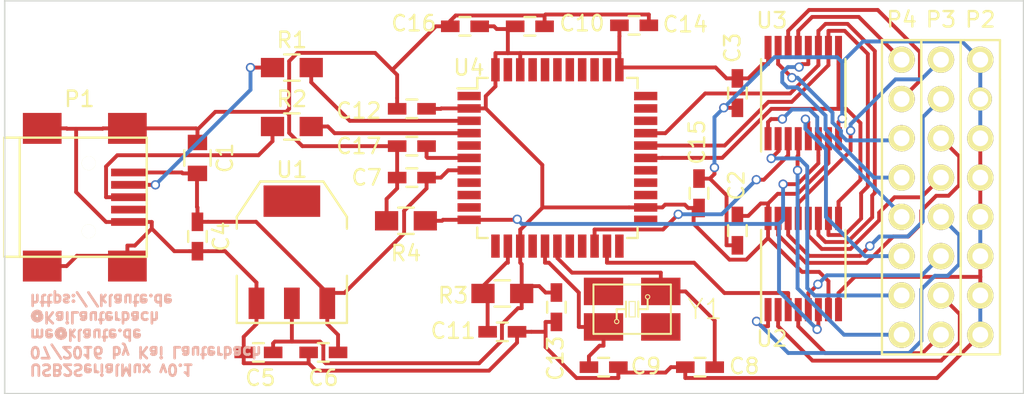
<source format=kicad_pcb>
(kicad_pcb (version 4) (host pcbnew 4.0.2-stable)

  (general
    (links 97)
    (no_connects 0)
    (area 123.956999 90.066 192.560334 118.001)
    (thickness 1.6)
    (drawings 7)
    (tracks 494)
    (zones 0)
    (modules 30)
    (nets 60)
  )

  (page A4)
  (layers
    (0 F.Cu signal)
    (31 B.Cu signal)
    (32 B.Adhes user)
    (33 F.Adhes user)
    (34 B.Paste user)
    (35 F.Paste user)
    (36 B.SilkS user)
    (37 F.SilkS user)
    (38 B.Mask user)
    (39 F.Mask user)
    (40 Dwgs.User user)
    (41 Cmts.User user)
    (42 Eco1.User user)
    (43 Eco2.User user)
    (44 Edge.Cuts user)
    (45 Margin user)
    (46 B.CrtYd user)
    (47 F.CrtYd user)
    (48 B.Fab user)
    (49 F.Fab user)
  )

  (setup
    (last_trace_width 0.25)
    (trace_clearance 0.2)
    (zone_clearance 0.508)
    (zone_45_only no)
    (trace_min 0.2)
    (segment_width 0.2)
    (edge_width 0.1)
    (via_size 0.6)
    (via_drill 0.4)
    (via_min_size 0.4)
    (via_min_drill 0.3)
    (uvia_size 0.3)
    (uvia_drill 0.1)
    (uvias_allowed no)
    (uvia_min_size 0.2)
    (uvia_min_drill 0.1)
    (pcb_text_width 0.3)
    (pcb_text_size 1.5 1.5)
    (mod_edge_width 0.15)
    (mod_text_size 1 1)
    (mod_text_width 0.15)
    (pad_size 1.7 1.7)
    (pad_drill 1.016)
    (pad_to_mask_clearance 0)
    (aux_axis_origin 0 0)
    (visible_elements 7FFFFFFF)
    (pcbplotparams
      (layerselection 0x00030_80000001)
      (usegerberextensions false)
      (excludeedgelayer true)
      (linewidth 0.100000)
      (plotframeref false)
      (viasonmask false)
      (mode 1)
      (useauxorigin false)
      (hpglpennumber 1)
      (hpglpenspeed 20)
      (hpglpendiameter 15)
      (hpglpenoverlay 2)
      (psnegative false)
      (psa4output false)
      (plotreference true)
      (plotvalue true)
      (plotinvisibletext false)
      (padsonsilk false)
      (subtractmaskfromsilk false)
      (outputformat 1)
      (mirror false)
      (drillshape 1)
      (scaleselection 1)
      (outputdirectory ""))
  )

  (net 0 "")
  (net 1 GND)
  (net 2 +5V)
  (net 3 +3V3)
  (net 4 /D-)
  (net 5 /D+)
  (net 6 "Net-(P1-Pad4)")
  (net 7 "Net-(P3-Pad1)")
  (net 8 "Net-(P3-Pad2)")
  (net 9 "Net-(P3-Pad3)")
  (net 10 "Net-(P3-Pad4)")
  (net 11 "Net-(P3-Pad5)")
  (net 12 "Net-(P3-Pad6)")
  (net 13 "Net-(P3-Pad7)")
  (net 14 "Net-(P3-Pad8)")
  (net 15 "Net-(P4-Pad1)")
  (net 16 "Net-(P4-Pad2)")
  (net 17 "Net-(P4-Pad3)")
  (net 18 "Net-(P4-Pad4)")
  (net 19 "Net-(P4-Pad5)")
  (net 20 "Net-(P4-Pad6)")
  (net 21 "Net-(P4-Pad7)")
  (net 22 "Net-(P4-Pad8)")
  (net 23 /TxD_RxD)
  (net 24 /RxD_TxD)
  (net 25 /S2)
  (net 26 /S1)
  (net 27 /S0)
  (net 28 "Net-(C8-Pad2)")
  (net 29 "Net-(C9-Pad2)")
  (net 30 "Net-(C11-Pad2)")
  (net 31 "Net-(C17-Pad2)")
  (net 32 "Net-(P1-Pad2)")
  (net 33 "Net-(P1-Pad3)")
  (net 34 /nE)
  (net 35 "Net-(U4-Pad1)")
  (net 36 "Net-(U4-Pad5)")
  (net 37 "Net-(U4-Pad12)")
  (net 38 "Net-(U4-Pad15)")
  (net 39 "Net-(U4-Pad18)")
  (net 40 "Net-(U4-Pad19)")
  (net 41 "Net-(U4-Pad22)")
  (net 42 "Net-(U4-Pad23)")
  (net 43 "Net-(U4-Pad25)")
  (net 44 "Net-(U4-Pad26)")
  (net 45 "Net-(U4-Pad27)")
  (net 46 "Net-(U4-Pad31)")
  (net 47 "Net-(U4-Pad32)")
  (net 48 "Net-(U4-Pad33)")
  (net 49 "Net-(U4-Pad35)")
  (net 50 "Net-(U4-Pad36)")
  (net 51 "Net-(U4-Pad37)")
  (net 52 "Net-(U4-Pad38)")
  (net 53 "Net-(U4-Pad39)")
  (net 54 "Net-(U4-Pad40)")
  (net 55 "Net-(U4-Pad41)")
  (net 56 "Net-(U4-Pad43)")
  (net 57 "Net-(U4-Pad8)")
  (net 58 "Net-(U4-Pad9)")
  (net 59 "Net-(U4-Pad10)")

  (net_class Default "This is the default net class."
    (clearance 0.2)
    (trace_width 0.25)
    (via_dia 0.6)
    (via_drill 0.4)
    (uvia_dia 0.3)
    (uvia_drill 0.1)
    (add_net +3V3)
    (add_net +5V)
    (add_net /D+)
    (add_net /D-)
    (add_net /RxD_TxD)
    (add_net /S0)
    (add_net /S1)
    (add_net /S2)
    (add_net /TxD_RxD)
    (add_net /nE)
    (add_net GND)
    (add_net "Net-(C11-Pad2)")
    (add_net "Net-(C17-Pad2)")
    (add_net "Net-(C8-Pad2)")
    (add_net "Net-(C9-Pad2)")
    (add_net "Net-(P1-Pad2)")
    (add_net "Net-(P1-Pad3)")
    (add_net "Net-(P1-Pad4)")
    (add_net "Net-(P3-Pad1)")
    (add_net "Net-(P3-Pad2)")
    (add_net "Net-(P3-Pad3)")
    (add_net "Net-(P3-Pad4)")
    (add_net "Net-(P3-Pad5)")
    (add_net "Net-(P3-Pad6)")
    (add_net "Net-(P3-Pad7)")
    (add_net "Net-(P3-Pad8)")
    (add_net "Net-(P4-Pad1)")
    (add_net "Net-(P4-Pad2)")
    (add_net "Net-(P4-Pad3)")
    (add_net "Net-(P4-Pad4)")
    (add_net "Net-(P4-Pad5)")
    (add_net "Net-(P4-Pad6)")
    (add_net "Net-(P4-Pad7)")
    (add_net "Net-(P4-Pad8)")
    (add_net "Net-(U4-Pad1)")
    (add_net "Net-(U4-Pad10)")
    (add_net "Net-(U4-Pad12)")
    (add_net "Net-(U4-Pad15)")
    (add_net "Net-(U4-Pad18)")
    (add_net "Net-(U4-Pad19)")
    (add_net "Net-(U4-Pad22)")
    (add_net "Net-(U4-Pad23)")
    (add_net "Net-(U4-Pad25)")
    (add_net "Net-(U4-Pad26)")
    (add_net "Net-(U4-Pad27)")
    (add_net "Net-(U4-Pad31)")
    (add_net "Net-(U4-Pad32)")
    (add_net "Net-(U4-Pad33)")
    (add_net "Net-(U4-Pad35)")
    (add_net "Net-(U4-Pad36)")
    (add_net "Net-(U4-Pad37)")
    (add_net "Net-(U4-Pad38)")
    (add_net "Net-(U4-Pad39)")
    (add_net "Net-(U4-Pad40)")
    (add_net "Net-(U4-Pad41)")
    (add_net "Net-(U4-Pad43)")
    (add_net "Net-(U4-Pad5)")
    (add_net "Net-(U4-Pad8)")
    (add_net "Net-(U4-Pad9)")
  )

  (module Housings_SSOP:TSSOP-16_4.4x5mm_Pitch0.65mm (layer F.Cu) (tedit 5791C207) (tstamp 5789E0C1)
    (at 176.022 108.458 90)
    (descr "16-Lead Plastic Thin Shrink Small Outline (ST)-4.4 mm Body [TSSOP] (see Microchip Packaging Specification 00000049BS.pdf)")
    (tags "SSOP 0.65")
    (path /5789DF39)
    (attr smd)
    (fp_text reference U2 (at -4.826 -2.032 180) (layer F.SilkS)
      (effects (font (size 1 1) (thickness 0.15)))
    )
    (fp_text value 74HC4051 (at 0 3.55 90) (layer F.Fab) hide
      (effects (font (size 1 1) (thickness 0.15)))
    )
    (fp_line (start -3.95 -2.8) (end -3.95 2.8) (layer F.CrtYd) (width 0.05))
    (fp_line (start 3.95 -2.8) (end 3.95 2.8) (layer F.CrtYd) (width 0.05))
    (fp_line (start -3.95 -2.8) (end 3.95 -2.8) (layer F.CrtYd) (width 0.05))
    (fp_line (start -3.95 2.8) (end 3.95 2.8) (layer F.CrtYd) (width 0.05))
    (fp_line (start -2.2 2.725) (end 2.2 2.725) (layer F.SilkS) (width 0.15))
    (fp_line (start -3.775 -2.725) (end 2.2 -2.725) (layer F.SilkS) (width 0.15))
    (pad 1 smd rect (at -2.95 -2.275 90) (size 1.5 0.45) (layers F.Cu F.Paste F.Mask)
      (net 11 "Net-(P3-Pad5)"))
    (pad 2 smd rect (at -2.95 -1.625 90) (size 1.5 0.45) (layers F.Cu F.Paste F.Mask)
      (net 13 "Net-(P3-Pad7)"))
    (pad 3 smd rect (at -2.95 -0.975 90) (size 1.5 0.45) (layers F.Cu F.Paste F.Mask)
      (net 23 /TxD_RxD))
    (pad 4 smd rect (at -2.95 -0.325 90) (size 1.5 0.45) (layers F.Cu F.Paste F.Mask)
      (net 14 "Net-(P3-Pad8)"))
    (pad 5 smd rect (at -2.95 0.325 90) (size 1.5 0.45) (layers F.Cu F.Paste F.Mask)
      (net 12 "Net-(P3-Pad6)"))
    (pad 6 smd rect (at -2.95 0.975 90) (size 1.5 0.45) (layers F.Cu F.Paste F.Mask)
      (net 34 /nE))
    (pad 7 smd rect (at -2.95 1.625 90) (size 1.5 0.45) (layers F.Cu F.Paste F.Mask)
      (net 3 +3V3))
    (pad 8 smd rect (at -2.95 2.275 90) (size 1.5 0.45) (layers F.Cu F.Paste F.Mask)
      (net 1 GND))
    (pad 9 smd rect (at 2.95 2.275 90) (size 1.5 0.45) (layers F.Cu F.Paste F.Mask)
      (net 25 /S2))
    (pad 10 smd rect (at 2.95 1.625 90) (size 1.5 0.45) (layers F.Cu F.Paste F.Mask)
      (net 26 /S1))
    (pad 11 smd rect (at 2.95 0.975 90) (size 1.5 0.45) (layers F.Cu F.Paste F.Mask)
      (net 27 /S0))
    (pad 12 smd rect (at 2.95 0.325 90) (size 1.5 0.45) (layers F.Cu F.Paste F.Mask)
      (net 10 "Net-(P3-Pad4)"))
    (pad 13 smd rect (at 2.95 -0.325 90) (size 1.5 0.45) (layers F.Cu F.Paste F.Mask)
      (net 7 "Net-(P3-Pad1)"))
    (pad 14 smd rect (at 2.95 -0.975 90) (size 1.5 0.45) (layers F.Cu F.Paste F.Mask)
      (net 8 "Net-(P3-Pad2)"))
    (pad 15 smd rect (at 2.95 -1.625 90) (size 1.5 0.45) (layers F.Cu F.Paste F.Mask)
      (net 9 "Net-(P3-Pad3)"))
    (pad 16 smd rect (at 2.95 -2.275 90) (size 1.5 0.45) (layers F.Cu F.Paste F.Mask)
      (net 3 +3V3))
    (model Housings_SSOP.3dshapes/TSSOP-16_4.4x5mm_Pitch0.65mm.wrl
      (at (xyz 0 0 0))
      (scale (xyz 1 1 1))
      (rotate (xyz 0 0 0))
    )
  )

  (module Pin_Headers:Pin_Header_Straight_1x08 (layer F.Cu) (tedit 5791D8EB) (tstamp 5789E075)
    (at 187.452 95.25)
    (descr "Through hole pin header")
    (tags "pin header")
    (path /578802D4)
    (fp_text reference P2 (at 0 -2.6) (layer F.SilkS)
      (effects (font (size 1 1) (thickness 0.15)))
    )
    (fp_text value CONN_01X08 (at 0 -3.1) (layer F.Fab) hide
      (effects (font (size 1 1) (thickness 0.15)))
    )
    (fp_line (start -1.27 1.27) (end -1.27 -1.27) (layer F.SilkS) (width 0.15))
    (fp_line (start -1.27 -1.27) (end 1.27 -1.27) (layer F.SilkS) (width 0.15))
    (fp_line (start 1.27 -1.27) (end 1.27 1.27) (layer F.SilkS) (width 0.15))
    (fp_line (start -1.75 -1.75) (end -1.75 19.55) (layer F.CrtYd) (width 0.05))
    (fp_line (start 1.75 -1.75) (end 1.75 19.55) (layer F.CrtYd) (width 0.05))
    (fp_line (start -1.75 -1.75) (end 1.75 -1.75) (layer F.CrtYd) (width 0.05))
    (fp_line (start -1.75 19.55) (end 1.75 19.55) (layer F.CrtYd) (width 0.05))
    (fp_line (start 1.27 1.27) (end 1.27 19.05) (layer F.SilkS) (width 0.15))
    (fp_line (start 1.27 19.05) (end -1.27 19.05) (layer F.SilkS) (width 0.15))
    (fp_line (start -1.27 19.05) (end -1.27 1.27) (layer F.SilkS) (width 0.15))
    (pad 1 thru_hole circle (at 0 0) (size 1.7 1.7) (drill 1.016) (layers *.Cu *.Mask F.SilkS)
      (net 1 GND))
    (pad 2 thru_hole circle (at 0 2.54) (size 1.5 1.5) (drill 1.016) (layers *.Cu *.Mask F.SilkS)
      (net 1 GND))
    (pad 3 thru_hole circle (at 0 5.08) (size 1.7 1.7) (drill 1.016) (layers *.Cu *.Mask F.SilkS)
      (net 1 GND))
    (pad 4 thru_hole circle (at 0 7.62) (size 1.7 1.7) (drill 1.016) (layers *.Cu *.Mask F.SilkS)
      (net 1 GND))
    (pad 5 thru_hole circle (at 0 10.16) (size 1.7 1.7) (drill 1.016) (layers *.Cu *.Mask F.SilkS)
      (net 1 GND))
    (pad 6 thru_hole circle (at 0 12.7) (size 1.7 1.7) (drill 1.016) (layers *.Cu *.Mask F.SilkS)
      (net 1 GND))
    (pad 7 thru_hole circle (at 0 15.24) (size 1.7 1.7) (drill 1.016) (layers *.Cu *.Mask F.SilkS)
      (net 1 GND))
    (pad 8 thru_hole circle (at 0 17.78) (size 1.7 1.7) (drill 1.016) (layers *.Cu *.Mask F.SilkS)
      (net 1 GND))
    (model Pin_Headers.3dshapes/Pin_Header_Straight_1x08.wrl
      (at (xyz 0 -0.35 0))
      (scale (xyz 1 1 1))
      (rotate (xyz 0 0 90))
    )
  )

  (module Pin_Headers:Pin_Header_Straight_1x08 (layer F.Cu) (tedit 5791D926) (tstamp 5789E08D)
    (at 182.372 95.25)
    (descr "Through hole pin header")
    (tags "pin header")
    (path /57880227)
    (fp_text reference P4 (at 0 -2.6) (layer F.SilkS)
      (effects (font (size 1 1) (thickness 0.15)))
    )
    (fp_text value CONN_01X08 (at 0 -3.1) (layer F.Fab) hide
      (effects (font (size 1 1) (thickness 0.15)))
    )
    (fp_line (start -1.27 1.27) (end -1.27 -1.27) (layer F.SilkS) (width 0.15))
    (fp_line (start -1.27 -1.27) (end 1.27 -1.27) (layer F.SilkS) (width 0.15))
    (fp_line (start 1.27 -1.27) (end 1.27 1.27) (layer F.SilkS) (width 0.15))
    (fp_line (start -1.75 -1.75) (end -1.75 19.55) (layer F.CrtYd) (width 0.05))
    (fp_line (start 1.75 -1.75) (end 1.75 19.55) (layer F.CrtYd) (width 0.05))
    (fp_line (start -1.75 -1.75) (end 1.75 -1.75) (layer F.CrtYd) (width 0.05))
    (fp_line (start -1.75 19.55) (end 1.75 19.55) (layer F.CrtYd) (width 0.05))
    (fp_line (start 1.27 1.27) (end 1.27 19.05) (layer F.SilkS) (width 0.15))
    (fp_line (start 1.27 19.05) (end -1.27 19.05) (layer F.SilkS) (width 0.15))
    (fp_line (start -1.27 19.05) (end -1.27 1.27) (layer F.SilkS) (width 0.15))
    (pad 1 thru_hole circle (at 0 0) (size 1.7 1.7) (drill 1.016) (layers *.Cu *.Mask F.SilkS)
      (net 15 "Net-(P4-Pad1)"))
    (pad 2 thru_hole circle (at 0 2.54) (size 1.7 1.7) (drill 1.016) (layers *.Cu *.Mask F.SilkS)
      (net 16 "Net-(P4-Pad2)"))
    (pad 3 thru_hole circle (at 0 5.08) (size 1.7 1.7) (drill 1.016) (layers *.Cu *.Mask F.SilkS)
      (net 17 "Net-(P4-Pad3)"))
    (pad 4 thru_hole circle (at 0 7.62) (size 1.7 1.7) (drill 1.016) (layers *.Cu *.Mask F.SilkS)
      (net 18 "Net-(P4-Pad4)"))
    (pad 5 thru_hole circle (at 0 10.16) (size 1.7 1.7) (drill 1.016) (layers *.Cu *.Mask F.SilkS)
      (net 19 "Net-(P4-Pad5)"))
    (pad 6 thru_hole circle (at 0 12.7) (size 1.7 1.7) (drill 1.016) (layers *.Cu *.Mask F.SilkS)
      (net 20 "Net-(P4-Pad6)"))
    (pad 7 thru_hole circle (at 0 15.24) (size 1.7 1.7) (drill 1.016) (layers *.Cu *.Mask F.SilkS)
      (net 21 "Net-(P4-Pad7)"))
    (pad 8 thru_hole circle (at 0 17.78) (size 1.7 1.7) (drill 1.016) (layers *.Cu *.Mask F.SilkS)
      (net 22 "Net-(P4-Pad8)"))
    (model Pin_Headers.3dshapes/Pin_Header_Straight_1x08.wrl
      (at (xyz 0 -0.35 0))
      (scale (xyz 1 1 1))
      (rotate (xyz 0 0 90))
    )
  )

  (module crystal:crystal-EURO_3_5_1_BIGPAD (layer F.Cu) (tedit 5791CC45) (tstamp 5791C8DC)
    (at 164.973 111.379 180)
    (path /57914290)
    (attr smd)
    (fp_text reference Y1 (at -4.699 0 180) (layer F.SilkS)
      (effects (font (size 1.27 1.27) (thickness 0.1016)))
    )
    (fp_text value Crystal_Small (at 1.27 3.175 180) (layer F.SilkS) hide
      (effects (font (size 1.27 1.27) (thickness 0.1016)))
    )
    (fp_line (start -0.19812 0.49784) (end 0.19812 0.49784) (layer F.SilkS) (width 0.06604))
    (fp_line (start 0.19812 0.49784) (end 0.19812 -0.49784) (layer F.SilkS) (width 0.06604))
    (fp_line (start -0.19812 -0.49784) (end 0.19812 -0.49784) (layer F.SilkS) (width 0.06604))
    (fp_line (start -0.19812 0.49784) (end -0.19812 -0.49784) (layer F.SilkS) (width 0.06604))
    (fp_line (start -2.49936 -1.59766) (end 2.49936 -1.59766) (layer F.SilkS) (width 0.127))
    (fp_line (start -2.49936 -1.59766) (end -2.49936 1.59766) (layer F.SilkS) (width 0.127))
    (fp_line (start -2.49936 1.59766) (end 2.49936 1.59766) (layer F.SilkS) (width 0.127))
    (fp_line (start 2.49936 -1.59766) (end 2.49936 1.59766) (layer F.SilkS) (width 0.127))
    (fp_line (start -0.39878 -0.49784) (end -0.39878 0) (layer F.SilkS) (width 0.127))
    (fp_line (start -0.39878 0) (end -0.39878 0.49784) (layer F.SilkS) (width 0.127))
    (fp_line (start 0.39878 -0.49784) (end 0.39878 0) (layer F.SilkS) (width 0.127))
    (fp_line (start 0.39878 0) (end 0.39878 0.49784) (layer F.SilkS) (width 0.127))
    (fp_line (start -0.99822 0) (end -0.39878 0) (layer F.SilkS) (width 0.127))
    (fp_line (start -0.99822 0) (end -0.99822 0.59944) (layer F.SilkS) (width 0.127))
    (fp_line (start 0.39878 0) (end 0.99822 0) (layer F.SilkS) (width 0.127))
    (fp_line (start 0.99822 0) (end 0.99822 -0.59944) (layer F.SilkS) (width 0.127))
    (fp_circle (center -0.99822 0.79756) (end -1.09728 0.89662) (layer F.SilkS) (width 0.0635))
    (fp_circle (center 0.99822 -0.79756) (end 1.09728 -0.89662) (layer F.SilkS) (width 0.0635))
    (pad 1 smd rect (at -1.84912 1.14808 180) (size 2.54 1.778) (layers F.Cu F.Paste F.Mask)
      (net 28 "Net-(C8-Pad2)"))
    (pad 0 smd rect (at 1.84912 1.14808 180) (size 2.54 1.778) (layers F.Cu F.Paste F.Mask))
    (pad 2 smd rect (at 1.84912 -1.14808 180) (size 2.54 1.778) (layers F.Cu F.Paste F.Mask)
      (net 29 "Net-(C9-Pad2)"))
    (pad 0 smd rect (at -1.84912 -1.14808 180) (size 2.54 1.778) (layers F.Cu F.Paste F.Mask))
  )

  (module Housings_SSOP:TSSOP-16_4.4x5mm_Pitch0.65mm (layer F.Cu) (tedit 5791C2B0) (tstamp 5789E0D5)
    (at 176.022 97.409 90)
    (descr "16-Lead Plastic Thin Shrink Small Outline (ST)-4.4 mm Body [TSSOP] (see Microchip Packaging Specification 00000049BS.pdf)")
    (tags "SSOP 0.65")
    (path /5789E407)
    (attr smd)
    (fp_text reference U3 (at 4.699 -2.032 180) (layer F.SilkS)
      (effects (font (size 1 1) (thickness 0.15)))
    )
    (fp_text value 74HCT4051 (at 0 3.55 90) (layer F.Fab) hide
      (effects (font (size 1 1) (thickness 0.15)))
    )
    (fp_line (start -3.95 -2.8) (end -3.95 2.8) (layer F.CrtYd) (width 0.05))
    (fp_line (start 3.95 -2.8) (end 3.95 2.8) (layer F.CrtYd) (width 0.05))
    (fp_line (start -3.95 -2.8) (end 3.95 -2.8) (layer F.CrtYd) (width 0.05))
    (fp_line (start -3.95 2.8) (end 3.95 2.8) (layer F.CrtYd) (width 0.05))
    (fp_line (start -2.2 2.725) (end 2.2 2.725) (layer F.SilkS) (width 0.15))
    (fp_line (start -3.775 -2.725) (end 2.2 -2.725) (layer F.SilkS) (width 0.15))
    (pad 1 smd rect (at -2.95 -2.275 90) (size 1.5 0.45) (layers F.Cu F.Paste F.Mask)
      (net 19 "Net-(P4-Pad5)"))
    (pad 2 smd rect (at -2.95 -1.625 90) (size 1.5 0.45) (layers F.Cu F.Paste F.Mask)
      (net 21 "Net-(P4-Pad7)"))
    (pad 3 smd rect (at -2.95 -0.975 90) (size 1.5 0.45) (layers F.Cu F.Paste F.Mask)
      (net 24 /RxD_TxD))
    (pad 4 smd rect (at -2.95 -0.325 90) (size 1.5 0.45) (layers F.Cu F.Paste F.Mask)
      (net 22 "Net-(P4-Pad8)"))
    (pad 5 smd rect (at -2.95 0.325 90) (size 1.5 0.45) (layers F.Cu F.Paste F.Mask)
      (net 20 "Net-(P4-Pad6)"))
    (pad 6 smd rect (at -2.95 0.975 90) (size 1.5 0.45) (layers F.Cu F.Paste F.Mask)
      (net 34 /nE))
    (pad 7 smd rect (at -2.95 1.625 90) (size 1.5 0.45) (layers F.Cu F.Paste F.Mask)
      (net 3 +3V3))
    (pad 8 smd rect (at -2.95 2.275 90) (size 1.5 0.45) (layers F.Cu F.Paste F.Mask)
      (net 1 GND))
    (pad 9 smd rect (at 2.95 2.275 90) (size 1.5 0.45) (layers F.Cu F.Paste F.Mask)
      (net 25 /S2))
    (pad 10 smd rect (at 2.95 1.625 90) (size 1.5 0.45) (layers F.Cu F.Paste F.Mask)
      (net 26 /S1))
    (pad 11 smd rect (at 2.95 0.975 90) (size 1.5 0.45) (layers F.Cu F.Paste F.Mask)
      (net 27 /S0))
    (pad 12 smd rect (at 2.95 0.325 90) (size 1.5 0.45) (layers F.Cu F.Paste F.Mask)
      (net 18 "Net-(P4-Pad4)"))
    (pad 13 smd rect (at 2.95 -0.325 90) (size 1.5 0.45) (layers F.Cu F.Paste F.Mask)
      (net 15 "Net-(P4-Pad1)"))
    (pad 14 smd rect (at 2.95 -0.975 90) (size 1.5 0.45) (layers F.Cu F.Paste F.Mask)
      (net 16 "Net-(P4-Pad2)"))
    (pad 15 smd rect (at 2.95 -1.625 90) (size 1.5 0.45) (layers F.Cu F.Paste F.Mask)
      (net 17 "Net-(P4-Pad3)"))
    (pad 16 smd rect (at 2.95 -2.275 90) (size 1.5 0.45) (layers F.Cu F.Paste F.Mask)
      (net 3 +3V3))
    (model Housings_SSOP.3dshapes/TSSOP-16_4.4x5mm_Pitch0.65mm.wrl
      (at (xyz 0 0 0))
      (scale (xyz 1 1 1))
      (rotate (xyz 0 0 0))
    )
  )

  (module Pin_Headers:Pin_Header_Straight_1x08 (layer F.Cu) (tedit 5791D92B) (tstamp 5789E081)
    (at 184.912 95.25)
    (descr "Through hole pin header")
    (tags "pin header")
    (path /578800A6)
    (fp_text reference P3 (at 0 -2.6) (layer F.SilkS)
      (effects (font (size 1 1) (thickness 0.15)))
    )
    (fp_text value CONN_01X08 (at 0 -3.1) (layer F.Fab) hide
      (effects (font (size 1 1) (thickness 0.15)))
    )
    (fp_line (start -1.27 1.27) (end -1.27 -1.27) (layer F.SilkS) (width 0.15))
    (fp_line (start -1.27 -1.27) (end 1.27 -1.27) (layer F.SilkS) (width 0.15))
    (fp_line (start 1.27 -1.27) (end 1.27 1.27) (layer F.SilkS) (width 0.15))
    (fp_line (start -1.75 -1.75) (end -1.75 19.55) (layer F.CrtYd) (width 0.05))
    (fp_line (start 1.75 -1.75) (end 1.75 19.55) (layer F.CrtYd) (width 0.05))
    (fp_line (start -1.75 -1.75) (end 1.75 -1.75) (layer F.CrtYd) (width 0.05))
    (fp_line (start -1.75 19.55) (end 1.75 19.55) (layer F.CrtYd) (width 0.05))
    (fp_line (start 1.27 1.27) (end 1.27 19.05) (layer F.SilkS) (width 0.15))
    (fp_line (start 1.27 19.05) (end -1.27 19.05) (layer F.SilkS) (width 0.15))
    (fp_line (start -1.27 19.05) (end -1.27 1.27) (layer F.SilkS) (width 0.15))
    (pad 1 thru_hole circle (at 0 0) (size 1.7 1.7) (drill 1.016) (layers *.Cu *.Mask F.SilkS)
      (net 7 "Net-(P3-Pad1)"))
    (pad 2 thru_hole circle (at 0 2.54) (size 1.7 1.7) (drill 1.016) (layers *.Cu *.Mask F.SilkS)
      (net 8 "Net-(P3-Pad2)"))
    (pad 3 thru_hole circle (at 0 5.08) (size 1.7 1.7) (drill 1.016) (layers *.Cu *.Mask F.SilkS)
      (net 9 "Net-(P3-Pad3)"))
    (pad 4 thru_hole circle (at 0 7.62) (size 1.7 1.7) (drill 1.016) (layers *.Cu *.Mask F.SilkS)
      (net 10 "Net-(P3-Pad4)"))
    (pad 5 thru_hole circle (at 0 10.16) (size 1.7 1.7) (drill 1.016) (layers *.Cu *.Mask F.SilkS)
      (net 11 "Net-(P3-Pad5)"))
    (pad 6 thru_hole circle (at 0 12.7) (size 1.7 1.7) (drill 1.016) (layers *.Cu *.Mask F.SilkS)
      (net 12 "Net-(P3-Pad6)"))
    (pad 7 thru_hole circle (at 0 15.24) (size 1.7 1.7) (drill 1.016) (layers *.Cu *.Mask F.SilkS)
      (net 13 "Net-(P3-Pad7)"))
    (pad 8 thru_hole circle (at 0 17.78) (size 1.7 1.7) (drill 1.016) (layers *.Cu *.Mask F.SilkS)
      (net 14 "Net-(P3-Pad8)"))
    (model Pin_Headers.3dshapes/Pin_Header_Straight_1x08.wrl
      (at (xyz 0 -0.35 0))
      (scale (xyz 1 1 1))
      (rotate (xyz 0 0 90))
    )
  )

  (module Capacitors_SMD:C_0805 (layer F.Cu) (tedit 5791C2D2) (tstamp 5789E04A)
    (at 136.906 101.6 90)
    (descr "Capacitor SMD 0805, reflow soldering, AVX (see smccp.pdf)")
    (tags "capacitor 0805")
    (path /57894879)
    (attr smd)
    (fp_text reference C1 (at 0 1.778 90) (layer F.SilkS)
      (effects (font (size 1 1) (thickness 0.15)))
    )
    (fp_text value 4,7u (at 0 2.1 90) (layer F.Fab) hide
      (effects (font (size 1 1) (thickness 0.15)))
    )
    (fp_line (start -1.8 -1) (end 1.8 -1) (layer F.CrtYd) (width 0.05))
    (fp_line (start -1.8 1) (end 1.8 1) (layer F.CrtYd) (width 0.05))
    (fp_line (start -1.8 -1) (end -1.8 1) (layer F.CrtYd) (width 0.05))
    (fp_line (start 1.8 -1) (end 1.8 1) (layer F.CrtYd) (width 0.05))
    (fp_line (start 0.5 -0.85) (end -0.5 -0.85) (layer F.SilkS) (width 0.15))
    (fp_line (start -0.5 0.85) (end 0.5 0.85) (layer F.SilkS) (width 0.15))
    (pad 1 smd rect (at -1 0 90) (size 1 1.25) (layers F.Cu F.Paste F.Mask)
      (net 2 +5V))
    (pad 2 smd rect (at 1 0 90) (size 1 1.25) (layers F.Cu F.Paste F.Mask)
      (net 1 GND))
    (model Capacitors_SMD.3dshapes/C_0805.wrl
      (at (xyz 0 0 0))
      (scale (xyz 1 1 1))
      (rotate (xyz 0 0 0))
    )
  )

  (module Capacitors_SMD:C_0603_HandSoldering (layer F.Cu) (tedit 5791C2BD) (tstamp 5789E050)
    (at 171.768 106.299 90)
    (descr "Capacitor SMD 0603, hand soldering")
    (tags "capacitor 0603")
    (path /57892EC4)
    (attr smd)
    (fp_text reference C2 (at 2.921 -0.064 90) (layer F.SilkS)
      (effects (font (size 1 1) (thickness 0.15)))
    )
    (fp_text value 100n (at 0 1.9 90) (layer F.Fab) hide
      (effects (font (size 1 1) (thickness 0.15)))
    )
    (fp_line (start -1.85 -0.75) (end 1.85 -0.75) (layer F.CrtYd) (width 0.05))
    (fp_line (start -1.85 0.75) (end 1.85 0.75) (layer F.CrtYd) (width 0.05))
    (fp_line (start -1.85 -0.75) (end -1.85 0.75) (layer F.CrtYd) (width 0.05))
    (fp_line (start 1.85 -0.75) (end 1.85 0.75) (layer F.CrtYd) (width 0.05))
    (fp_line (start -0.35 -0.6) (end 0.35 -0.6) (layer F.SilkS) (width 0.15))
    (fp_line (start 0.35 0.6) (end -0.35 0.6) (layer F.SilkS) (width 0.15))
    (pad 1 smd rect (at -0.95 0 90) (size 1.2 0.75) (layers F.Cu F.Paste F.Mask)
      (net 1 GND))
    (pad 2 smd rect (at 0.95 0 90) (size 1.2 0.75) (layers F.Cu F.Paste F.Mask)
      (net 3 +3V3))
    (model Capacitors_SMD.3dshapes/C_0603_HandSoldering.wrl
      (at (xyz 0 0 0))
      (scale (xyz 1 1 1))
      (rotate (xyz 0 0 0))
    )
  )

  (module Capacitors_SMD:C_0603_HandSoldering (layer F.Cu) (tedit 5791C36C) (tstamp 5789E056)
    (at 171.768 97.409 90)
    (descr "Capacitor SMD 0603, hand soldering")
    (tags "capacitor 0603")
    (path /57893092)
    (attr smd)
    (fp_text reference C3 (at 2.921 -0.318 90) (layer F.SilkS)
      (effects (font (size 1 1) (thickness 0.15)))
    )
    (fp_text value 100n (at 0 1.9 90) (layer F.Fab) hide
      (effects (font (size 1 1) (thickness 0.15)))
    )
    (fp_line (start -1.85 -0.75) (end 1.85 -0.75) (layer F.CrtYd) (width 0.05))
    (fp_line (start -1.85 0.75) (end 1.85 0.75) (layer F.CrtYd) (width 0.05))
    (fp_line (start -1.85 -0.75) (end -1.85 0.75) (layer F.CrtYd) (width 0.05))
    (fp_line (start 1.85 -0.75) (end 1.85 0.75) (layer F.CrtYd) (width 0.05))
    (fp_line (start -0.35 -0.6) (end 0.35 -0.6) (layer F.SilkS) (width 0.15))
    (fp_line (start 0.35 0.6) (end -0.35 0.6) (layer F.SilkS) (width 0.15))
    (pad 1 smd rect (at -0.95 0 90) (size 1.2 0.75) (layers F.Cu F.Paste F.Mask)
      (net 1 GND))
    (pad 2 smd rect (at 0.95 0 90) (size 1.2 0.75) (layers F.Cu F.Paste F.Mask)
      (net 3 +3V3))
    (model Capacitors_SMD.3dshapes/C_0603_HandSoldering.wrl
      (at (xyz 0 0 0))
      (scale (xyz 1 1 1))
      (rotate (xyz 0 0 0))
    )
  )

  (module Capacitors_SMD:C_0603_HandSoldering (layer F.Cu) (tedit 5791C247) (tstamp 5789E05C)
    (at 136.906 106.68 270)
    (descr "Capacitor SMD 0603, hand soldering")
    (tags "capacitor 0603")
    (path /578961B9)
    (attr smd)
    (fp_text reference C4 (at 0 -1.524 270) (layer F.SilkS)
      (effects (font (size 1 1) (thickness 0.15)))
    )
    (fp_text value 10n (at 0 1.9 270) (layer F.Fab) hide
      (effects (font (size 1 1) (thickness 0.15)))
    )
    (fp_line (start -1.85 -0.75) (end 1.85 -0.75) (layer F.CrtYd) (width 0.05))
    (fp_line (start -1.85 0.75) (end 1.85 0.75) (layer F.CrtYd) (width 0.05))
    (fp_line (start -1.85 -0.75) (end -1.85 0.75) (layer F.CrtYd) (width 0.05))
    (fp_line (start 1.85 -0.75) (end 1.85 0.75) (layer F.CrtYd) (width 0.05))
    (fp_line (start -0.35 -0.6) (end 0.35 -0.6) (layer F.SilkS) (width 0.15))
    (fp_line (start 0.35 0.6) (end -0.35 0.6) (layer F.SilkS) (width 0.15))
    (pad 1 smd rect (at -0.95 0 270) (size 1.2 0.75) (layers F.Cu F.Paste F.Mask)
      (net 2 +5V))
    (pad 2 smd rect (at 0.95 0 270) (size 1.2 0.75) (layers F.Cu F.Paste F.Mask)
      (net 1 GND))
    (model Capacitors_SMD.3dshapes/C_0603_HandSoldering.wrl
      (at (xyz 0 0 0))
      (scale (xyz 1 1 1))
      (rotate (xyz 0 0 0))
    )
  )

  (module Capacitors_SMD:C_0603_HandSoldering (layer F.Cu) (tedit 5791C241) (tstamp 5789E66D)
    (at 140.843 114.173 180)
    (descr "Capacitor SMD 0603, hand soldering")
    (tags "capacitor 0603")
    (path /57892620)
    (attr smd)
    (fp_text reference C5 (at -0.127 -1.651 180) (layer F.SilkS)
      (effects (font (size 1 1) (thickness 0.15)))
    )
    (fp_text value 100n (at 0 1.9 180) (layer F.Fab) hide
      (effects (font (size 1 1) (thickness 0.15)))
    )
    (fp_line (start -1.85 -0.75) (end 1.85 -0.75) (layer F.CrtYd) (width 0.05))
    (fp_line (start -1.85 0.75) (end 1.85 0.75) (layer F.CrtYd) (width 0.05))
    (fp_line (start -1.85 -0.75) (end -1.85 0.75) (layer F.CrtYd) (width 0.05))
    (fp_line (start 1.85 -0.75) (end 1.85 0.75) (layer F.CrtYd) (width 0.05))
    (fp_line (start -0.35 -0.6) (end 0.35 -0.6) (layer F.SilkS) (width 0.15))
    (fp_line (start 0.35 0.6) (end -0.35 0.6) (layer F.SilkS) (width 0.15))
    (pad 1 smd rect (at -0.95 0 180) (size 1.2 0.75) (layers F.Cu F.Paste F.Mask)
      (net 3 +3V3))
    (pad 2 smd rect (at 0.95 0 180) (size 1.2 0.75) (layers F.Cu F.Paste F.Mask)
      (net 1 GND))
    (model Capacitors_SMD.3dshapes/C_0603_HandSoldering.wrl
      (at (xyz 0 0 0))
      (scale (xyz 1 1 1))
      (rotate (xyz 0 0 0))
    )
  )

  (module Capacitors_SMD:C_0603_HandSoldering (layer F.Cu) (tedit 5791C23D) (tstamp 5789E673)
    (at 145.034 114.173 180)
    (descr "Capacitor SMD 0603, hand soldering")
    (tags "capacitor 0603")
    (path /57892501)
    (attr smd)
    (fp_text reference C6 (at 0 -1.651 180) (layer F.SilkS)
      (effects (font (size 1 1) (thickness 0.15)))
    )
    (fp_text value 100n (at 0 1.9 180) (layer F.Fab) hide
      (effects (font (size 1 1) (thickness 0.15)))
    )
    (fp_line (start -1.85 -0.75) (end 1.85 -0.75) (layer F.CrtYd) (width 0.05))
    (fp_line (start -1.85 0.75) (end 1.85 0.75) (layer F.CrtYd) (width 0.05))
    (fp_line (start -1.85 -0.75) (end -1.85 0.75) (layer F.CrtYd) (width 0.05))
    (fp_line (start 1.85 -0.75) (end 1.85 0.75) (layer F.CrtYd) (width 0.05))
    (fp_line (start -0.35 -0.6) (end 0.35 -0.6) (layer F.SilkS) (width 0.15))
    (fp_line (start 0.35 0.6) (end -0.35 0.6) (layer F.SilkS) (width 0.15))
    (pad 1 smd rect (at -0.95 0 180) (size 1.2 0.75) (layers F.Cu F.Paste F.Mask)
      (net 2 +5V))
    (pad 2 smd rect (at 0.95 0 180) (size 1.2 0.75) (layers F.Cu F.Paste F.Mask)
      (net 1 GND))
    (model Capacitors_SMD.3dshapes/C_0603_HandSoldering.wrl
      (at (xyz 0 0 0))
      (scale (xyz 1 1 1))
      (rotate (xyz 0 0 0))
    )
  )

  (module Connect:USB_Mini-B (layer F.Cu) (tedit 5791C254) (tstamp 578A65DB)
    (at 129.032 104.14)
    (descr "USB Mini-B 5-pin SMD connector")
    (tags "USB USB_B USB_Mini connector")
    (path /578834A3)
    (attr smd)
    (fp_text reference P1 (at 0.254 -6.35 180) (layer F.SilkS)
      (effects (font (size 1 1) (thickness 0.15)))
    )
    (fp_text value USB_OTG (at 0 -7.0993) (layer F.Fab) hide
      (effects (font (size 1 1) (thickness 0.15)))
    )
    (fp_line (start -4.85 -5.7) (end 4.85 -5.7) (layer F.CrtYd) (width 0.05))
    (fp_line (start 4.85 -5.7) (end 4.85 5.7) (layer F.CrtYd) (width 0.05))
    (fp_line (start 4.85 5.7) (end -4.85 5.7) (layer F.CrtYd) (width 0.05))
    (fp_line (start -4.85 5.7) (end -4.85 -5.7) (layer F.CrtYd) (width 0.05))
    (fp_line (start -3.59918 -3.85064) (end -3.59918 3.85064) (layer F.SilkS) (width 0.15))
    (fp_line (start -4.59994 -3.85064) (end -4.59994 3.85064) (layer F.SilkS) (width 0.15))
    (fp_line (start -4.59994 3.85064) (end 4.59994 3.85064) (layer F.SilkS) (width 0.15))
    (fp_line (start 4.59994 3.85064) (end 4.59994 -3.85064) (layer F.SilkS) (width 0.15))
    (fp_line (start 4.59994 -3.85064) (end -4.59994 -3.85064) (layer F.SilkS) (width 0.15))
    (pad 1 smd rect (at 3.44932 -1.6002) (size 2.30124 0.50038) (layers F.Cu F.Paste F.Mask)
      (net 2 +5V))
    (pad 2 smd rect (at 3.44932 -0.8001) (size 2.30124 0.50038) (layers F.Cu F.Paste F.Mask)
      (net 32 "Net-(P1-Pad2)"))
    (pad 3 smd rect (at 3.44932 0) (size 2.30124 0.50038) (layers F.Cu F.Paste F.Mask)
      (net 33 "Net-(P1-Pad3)"))
    (pad 4 smd rect (at 3.44932 0.8001) (size 2.30124 0.50038) (layers F.Cu F.Paste F.Mask)
      (net 6 "Net-(P1-Pad4)"))
    (pad 5 smd rect (at 3.44932 1.6002) (size 2.30124 0.50038) (layers F.Cu F.Paste F.Mask)
      (net 1 GND))
    (pad 6 smd rect (at 3.35026 -4.45008) (size 2.49936 1.99898) (layers F.Cu F.Paste F.Mask)
      (net 1 GND))
    (pad 6 smd rect (at -2.14884 -4.45008) (size 2.49936 1.99898) (layers F.Cu F.Paste F.Mask)
      (net 1 GND))
    (pad 6 smd rect (at 3.35026 4.45008) (size 2.49936 1.99898) (layers F.Cu F.Paste F.Mask)
      (net 1 GND))
    (pad 6 smd rect (at -2.14884 4.45008) (size 2.49936 1.99898) (layers F.Cu F.Paste F.Mask)
      (net 1 GND))
    (pad "" np_thru_hole circle (at 0.8509 -2.19964) (size 0.89916 0.89916) (drill 0.89916) (layers *.Cu *.Mask F.SilkS))
    (pad "" np_thru_hole circle (at 0.8509 2.19964) (size 0.89916 0.89916) (drill 0.89916) (layers *.Cu *.Mask F.SilkS))
  )

  (module Capacitors_SMD:C_0603_HandSoldering (layer F.Cu) (tedit 5791C26A) (tstamp 57910EA4)
    (at 150.749 102.87)
    (descr "Capacitor SMD 0603, hand soldering")
    (tags "capacitor 0603")
    (path /579135FA)
    (attr smd)
    (fp_text reference C7 (at -2.921 0) (layer F.SilkS)
      (effects (font (size 1 1) (thickness 0.15)))
    )
    (fp_text value 100n (at 0 1.9) (layer F.Fab) hide
      (effects (font (size 1 1) (thickness 0.15)))
    )
    (fp_line (start -1.85 -0.75) (end 1.85 -0.75) (layer F.CrtYd) (width 0.05))
    (fp_line (start -1.85 0.75) (end 1.85 0.75) (layer F.CrtYd) (width 0.05))
    (fp_line (start -1.85 -0.75) (end -1.85 0.75) (layer F.CrtYd) (width 0.05))
    (fp_line (start 1.85 -0.75) (end 1.85 0.75) (layer F.CrtYd) (width 0.05))
    (fp_line (start -0.35 -0.6) (end 0.35 -0.6) (layer F.SilkS) (width 0.15))
    (fp_line (start 0.35 0.6) (end -0.35 0.6) (layer F.SilkS) (width 0.15))
    (pad 1 smd rect (at -0.95 0) (size 1.2 0.75) (layers F.Cu F.Paste F.Mask)
      (net 1 GND))
    (pad 2 smd rect (at 0.95 0) (size 1.2 0.75) (layers F.Cu F.Paste F.Mask)
      (net 2 +5V))
    (model Capacitors_SMD.3dshapes/C_0603_HandSoldering.wrl
      (at (xyz 0 0 0))
      (scale (xyz 1 1 1))
      (rotate (xyz 0 0 0))
    )
  )

  (module Capacitors_SMD:C_0603_HandSoldering (layer F.Cu) (tedit 5791C210) (tstamp 57910EAA)
    (at 169.354 115.126)
    (descr "Capacitor SMD 0603, hand soldering")
    (tags "capacitor 0603")
    (path /5791464E)
    (attr smd)
    (fp_text reference C8 (at 2.858 -0.064) (layer F.SilkS)
      (effects (font (size 1 1) (thickness 0.15)))
    )
    (fp_text value 22p (at 0 1.9) (layer F.Fab) hide
      (effects (font (size 1 1) (thickness 0.15)))
    )
    (fp_line (start -1.85 -0.75) (end 1.85 -0.75) (layer F.CrtYd) (width 0.05))
    (fp_line (start -1.85 0.75) (end 1.85 0.75) (layer F.CrtYd) (width 0.05))
    (fp_line (start -1.85 -0.75) (end -1.85 0.75) (layer F.CrtYd) (width 0.05))
    (fp_line (start 1.85 -0.75) (end 1.85 0.75) (layer F.CrtYd) (width 0.05))
    (fp_line (start -0.35 -0.6) (end 0.35 -0.6) (layer F.SilkS) (width 0.15))
    (fp_line (start 0.35 0.6) (end -0.35 0.6) (layer F.SilkS) (width 0.15))
    (pad 1 smd rect (at -0.95 0) (size 1.2 0.75) (layers F.Cu F.Paste F.Mask)
      (net 1 GND))
    (pad 2 smd rect (at 0.95 0) (size 1.2 0.75) (layers F.Cu F.Paste F.Mask)
      (net 28 "Net-(C8-Pad2)"))
    (model Capacitors_SMD.3dshapes/C_0603_HandSoldering.wrl
      (at (xyz 0 0 0))
      (scale (xyz 1 1 1))
      (rotate (xyz 0 0 0))
    )
  )

  (module Capacitors_SMD:C_0603_HandSoldering (layer F.Cu) (tedit 5791C216) (tstamp 57910EB0)
    (at 163.132 115.126 180)
    (descr "Capacitor SMD 0603, hand soldering")
    (tags "capacitor 0603")
    (path /579146CD)
    (attr smd)
    (fp_text reference C9 (at -2.73 0.064 180) (layer F.SilkS)
      (effects (font (size 1 1) (thickness 0.15)))
    )
    (fp_text value 22p (at 0 1.9 180) (layer F.Fab) hide
      (effects (font (size 1 1) (thickness 0.15)))
    )
    (fp_line (start -1.85 -0.75) (end 1.85 -0.75) (layer F.CrtYd) (width 0.05))
    (fp_line (start -1.85 0.75) (end 1.85 0.75) (layer F.CrtYd) (width 0.05))
    (fp_line (start -1.85 -0.75) (end -1.85 0.75) (layer F.CrtYd) (width 0.05))
    (fp_line (start 1.85 -0.75) (end 1.85 0.75) (layer F.CrtYd) (width 0.05))
    (fp_line (start -0.35 -0.6) (end 0.35 -0.6) (layer F.SilkS) (width 0.15))
    (fp_line (start 0.35 0.6) (end -0.35 0.6) (layer F.SilkS) (width 0.15))
    (pad 1 smd rect (at -0.95 0 180) (size 1.2 0.75) (layers F.Cu F.Paste F.Mask)
      (net 1 GND))
    (pad 2 smd rect (at 0.95 0 180) (size 1.2 0.75) (layers F.Cu F.Paste F.Mask)
      (net 29 "Net-(C9-Pad2)"))
    (model Capacitors_SMD.3dshapes/C_0603_HandSoldering.wrl
      (at (xyz 0 0 0))
      (scale (xyz 1 1 1))
      (rotate (xyz 0 0 0))
    )
  )

  (module Capacitors_SMD:C_0603_HandSoldering (layer F.Cu) (tedit 5791D98C) (tstamp 57910EB6)
    (at 158.369 93.091 180)
    (descr "Capacitor SMD 0603, hand soldering")
    (tags "capacitor 0603")
    (path /57916B74)
    (attr smd)
    (fp_text reference C10 (at -3.366 0.1905 180) (layer F.SilkS)
      (effects (font (size 1 1) (thickness 0.15)))
    )
    (fp_text value 100n (at 0 1.9 180) (layer F.Fab) hide
      (effects (font (size 1 1) (thickness 0.15)))
    )
    (fp_line (start -1.85 -0.75) (end 1.85 -0.75) (layer F.CrtYd) (width 0.05))
    (fp_line (start -1.85 0.75) (end 1.85 0.75) (layer F.CrtYd) (width 0.05))
    (fp_line (start -1.85 -0.75) (end -1.85 0.75) (layer F.CrtYd) (width 0.05))
    (fp_line (start 1.85 -0.75) (end 1.85 0.75) (layer F.CrtYd) (width 0.05))
    (fp_line (start -0.35 -0.6) (end 0.35 -0.6) (layer F.SilkS) (width 0.15))
    (fp_line (start 0.35 0.6) (end -0.35 0.6) (layer F.SilkS) (width 0.15))
    (pad 1 smd rect (at -0.95 0 180) (size 1.2 0.75) (layers F.Cu F.Paste F.Mask)
      (net 1 GND))
    (pad 2 smd rect (at 0.95 0 180) (size 1.2 0.75) (layers F.Cu F.Paste F.Mask)
      (net 3 +3V3))
    (model Capacitors_SMD.3dshapes/C_0603_HandSoldering.wrl
      (at (xyz 0 0 0))
      (scale (xyz 1 1 1))
      (rotate (xyz 0 0 0))
    )
  )

  (module Capacitors_SMD:C_0603_HandSoldering (layer F.Cu) (tedit 5791C226) (tstamp 57910EBC)
    (at 156.591 112.84 180)
    (descr "Capacitor SMD 0603, hand soldering")
    (tags "capacitor 0603")
    (path /57913D48)
    (attr smd)
    (fp_text reference C11 (at 3.175 0.064 180) (layer F.SilkS)
      (effects (font (size 1 1) (thickness 0.15)))
    )
    (fp_text value 100n (at 0 1.9 180) (layer F.Fab) hide
      (effects (font (size 1 1) (thickness 0.15)))
    )
    (fp_line (start -1.85 -0.75) (end 1.85 -0.75) (layer F.CrtYd) (width 0.05))
    (fp_line (start -1.85 0.75) (end 1.85 0.75) (layer F.CrtYd) (width 0.05))
    (fp_line (start -1.85 -0.75) (end -1.85 0.75) (layer F.CrtYd) (width 0.05))
    (fp_line (start 1.85 -0.75) (end 1.85 0.75) (layer F.CrtYd) (width 0.05))
    (fp_line (start -0.35 -0.6) (end 0.35 -0.6) (layer F.SilkS) (width 0.15))
    (fp_line (start 0.35 0.6) (end -0.35 0.6) (layer F.SilkS) (width 0.15))
    (pad 1 smd rect (at -0.95 0 180) (size 1.2 0.75) (layers F.Cu F.Paste F.Mask)
      (net 1 GND))
    (pad 2 smd rect (at 0.95 0 180) (size 1.2 0.75) (layers F.Cu F.Paste F.Mask)
      (net 30 "Net-(C11-Pad2)"))
    (model Capacitors_SMD.3dshapes/C_0603_HandSoldering.wrl
      (at (xyz 0 0 0))
      (scale (xyz 1 1 1))
      (rotate (xyz 0 0 0))
    )
  )

  (module Capacitors_SMD:C_0603_HandSoldering (layer F.Cu) (tedit 5791C283) (tstamp 57910EC2)
    (at 150.749 98.425 180)
    (descr "Capacitor SMD 0603, hand soldering")
    (tags "capacitor 0603")
    (path /57915C8A)
    (attr smd)
    (fp_text reference C12 (at 3.429 -0.127 180) (layer F.SilkS)
      (effects (font (size 1 1) (thickness 0.15)))
    )
    (fp_text value 100n (at 0 1.9 180) (layer F.Fab) hide
      (effects (font (size 1 1) (thickness 0.15)))
    )
    (fp_line (start -1.85 -0.75) (end 1.85 -0.75) (layer F.CrtYd) (width 0.05))
    (fp_line (start -1.85 0.75) (end 1.85 0.75) (layer F.CrtYd) (width 0.05))
    (fp_line (start -1.85 -0.75) (end -1.85 0.75) (layer F.CrtYd) (width 0.05))
    (fp_line (start 1.85 -0.75) (end 1.85 0.75) (layer F.CrtYd) (width 0.05))
    (fp_line (start -0.35 -0.6) (end 0.35 -0.6) (layer F.SilkS) (width 0.15))
    (fp_line (start 0.35 0.6) (end -0.35 0.6) (layer F.SilkS) (width 0.15))
    (pad 1 smd rect (at -0.95 0 180) (size 1.2 0.75) (layers F.Cu F.Paste F.Mask)
      (net 3 +3V3))
    (pad 2 smd rect (at 0.95 0 180) (size 1.2 0.75) (layers F.Cu F.Paste F.Mask)
      (net 1 GND))
    (model Capacitors_SMD.3dshapes/C_0603_HandSoldering.wrl
      (at (xyz 0 0 0))
      (scale (xyz 1 1 1))
      (rotate (xyz 0 0 0))
    )
  )

  (module Capacitors_SMD:C_0603_HandSoldering (layer F.Cu) (tedit 5791C221) (tstamp 57910EC8)
    (at 160.084 111.252 270)
    (descr "Capacitor SMD 0603, hand soldering")
    (tags "capacitor 0603")
    (path /57915A7A)
    (attr smd)
    (fp_text reference C13 (at 3.302 0.064 270) (layer F.SilkS)
      (effects (font (size 1 1) (thickness 0.15)))
    )
    (fp_text value 100n (at 0 1.9 270) (layer F.Fab) hide
      (effects (font (size 1 1) (thickness 0.15)))
    )
    (fp_line (start -1.85 -0.75) (end 1.85 -0.75) (layer F.CrtYd) (width 0.05))
    (fp_line (start -1.85 0.75) (end 1.85 0.75) (layer F.CrtYd) (width 0.05))
    (fp_line (start -1.85 -0.75) (end -1.85 0.75) (layer F.CrtYd) (width 0.05))
    (fp_line (start 1.85 -0.75) (end 1.85 0.75) (layer F.CrtYd) (width 0.05))
    (fp_line (start -0.35 -0.6) (end 0.35 -0.6) (layer F.SilkS) (width 0.15))
    (fp_line (start 0.35 0.6) (end -0.35 0.6) (layer F.SilkS) (width 0.15))
    (pad 1 smd rect (at -0.95 0 270) (size 1.2 0.75) (layers F.Cu F.Paste F.Mask)
      (net 3 +3V3))
    (pad 2 smd rect (at 0.95 0 270) (size 1.2 0.75) (layers F.Cu F.Paste F.Mask)
      (net 1 GND))
    (model Capacitors_SMD.3dshapes/C_0603_HandSoldering.wrl
      (at (xyz 0 0 0))
      (scale (xyz 1 1 1))
      (rotate (xyz 0 0 0))
    )
  )

  (module Capacitors_SMD:C_0603_HandSoldering (layer F.Cu) (tedit 5791C299) (tstamp 57910ECE)
    (at 165.1 93.0275)
    (descr "Capacitor SMD 0603, hand soldering")
    (tags "capacitor 0603")
    (path /57915B48)
    (attr smd)
    (fp_text reference C14 (at 3.302 -0.0635) (layer F.SilkS)
      (effects (font (size 1 1) (thickness 0.15)))
    )
    (fp_text value 100n (at 0 1.9) (layer F.Fab) hide
      (effects (font (size 1 1) (thickness 0.15)))
    )
    (fp_line (start -1.85 -0.75) (end 1.85 -0.75) (layer F.CrtYd) (width 0.05))
    (fp_line (start -1.85 0.75) (end 1.85 0.75) (layer F.CrtYd) (width 0.05))
    (fp_line (start -1.85 -0.75) (end -1.85 0.75) (layer F.CrtYd) (width 0.05))
    (fp_line (start 1.85 -0.75) (end 1.85 0.75) (layer F.CrtYd) (width 0.05))
    (fp_line (start -0.35 -0.6) (end 0.35 -0.6) (layer F.SilkS) (width 0.15))
    (fp_line (start 0.35 0.6) (end -0.35 0.6) (layer F.SilkS) (width 0.15))
    (pad 1 smd rect (at -0.95 0) (size 1.2 0.75) (layers F.Cu F.Paste F.Mask)
      (net 3 +3V3))
    (pad 2 smd rect (at 0.95 0) (size 1.2 0.75) (layers F.Cu F.Paste F.Mask)
      (net 1 GND))
    (model Capacitors_SMD.3dshapes/C_0603_HandSoldering.wrl
      (at (xyz 0 0 0))
      (scale (xyz 1 1 1))
      (rotate (xyz 0 0 0))
    )
  )

  (module Capacitors_SMD:C_0603_HandSoldering (layer F.Cu) (tedit 5791C2B5) (tstamp 57910ED4)
    (at 169.291 103.886 90)
    (descr "Capacitor SMD 0603, hand soldering")
    (tags "capacitor 0603")
    (path /57915BC5)
    (attr smd)
    (fp_text reference C15 (at 3.302 -0.127 90) (layer F.SilkS)
      (effects (font (size 1 1) (thickness 0.15)))
    )
    (fp_text value 100n (at 0 1.9 90) (layer F.Fab) hide
      (effects (font (size 1 1) (thickness 0.15)))
    )
    (fp_line (start -1.85 -0.75) (end 1.85 -0.75) (layer F.CrtYd) (width 0.05))
    (fp_line (start -1.85 0.75) (end 1.85 0.75) (layer F.CrtYd) (width 0.05))
    (fp_line (start -1.85 -0.75) (end -1.85 0.75) (layer F.CrtYd) (width 0.05))
    (fp_line (start 1.85 -0.75) (end 1.85 0.75) (layer F.CrtYd) (width 0.05))
    (fp_line (start -0.35 -0.6) (end 0.35 -0.6) (layer F.SilkS) (width 0.15))
    (fp_line (start 0.35 0.6) (end -0.35 0.6) (layer F.SilkS) (width 0.15))
    (pad 1 smd rect (at -0.95 0 90) (size 1.2 0.75) (layers F.Cu F.Paste F.Mask)
      (net 3 +3V3))
    (pad 2 smd rect (at 0.95 0 90) (size 1.2 0.75) (layers F.Cu F.Paste F.Mask)
      (net 1 GND))
    (model Capacitors_SMD.3dshapes/C_0603_HandSoldering.wrl
      (at (xyz 0 0 0))
      (scale (xyz 1 1 1))
      (rotate (xyz 0 0 0))
    )
  )

  (module Capacitors_SMD:C_0603_HandSoldering (layer F.Cu) (tedit 5791C29D) (tstamp 57910EDA)
    (at 154.178 93.091 180)
    (descr "Capacitor SMD 0603, hand soldering")
    (tags "capacitor 0603")
    (path /57915C25)
    (attr smd)
    (fp_text reference C16 (at 3.302 0.1905 180) (layer F.SilkS)
      (effects (font (size 1 1) (thickness 0.15)))
    )
    (fp_text value 100n (at 0 1.9 180) (layer F.Fab) hide
      (effects (font (size 1 1) (thickness 0.15)))
    )
    (fp_line (start -1.85 -0.75) (end 1.85 -0.75) (layer F.CrtYd) (width 0.05))
    (fp_line (start -1.85 0.75) (end 1.85 0.75) (layer F.CrtYd) (width 0.05))
    (fp_line (start -1.85 -0.75) (end -1.85 0.75) (layer F.CrtYd) (width 0.05))
    (fp_line (start 1.85 -0.75) (end 1.85 0.75) (layer F.CrtYd) (width 0.05))
    (fp_line (start -0.35 -0.6) (end 0.35 -0.6) (layer F.SilkS) (width 0.15))
    (fp_line (start 0.35 0.6) (end -0.35 0.6) (layer F.SilkS) (width 0.15))
    (pad 1 smd rect (at -0.95 0 180) (size 1.2 0.75) (layers F.Cu F.Paste F.Mask)
      (net 3 +3V3))
    (pad 2 smd rect (at 0.95 0 180) (size 1.2 0.75) (layers F.Cu F.Paste F.Mask)
      (net 1 GND))
    (model Capacitors_SMD.3dshapes/C_0603_HandSoldering.wrl
      (at (xyz 0 0 0))
      (scale (xyz 1 1 1))
      (rotate (xyz 0 0 0))
    )
  )

  (module Capacitors_SMD:C_0603_HandSoldering (layer F.Cu) (tedit 5791C27D) (tstamp 57910EE0)
    (at 150.749 100.838)
    (descr "Capacitor SMD 0603, hand soldering")
    (tags "capacitor 0603")
    (path /5791899F)
    (attr smd)
    (fp_text reference C17 (at -3.429 0) (layer F.SilkS)
      (effects (font (size 1 1) (thickness 0.15)))
    )
    (fp_text value 1µ (at 0 1.9) (layer F.Fab) hide
      (effects (font (size 1 1) (thickness 0.15)))
    )
    (fp_line (start -1.85 -0.75) (end 1.85 -0.75) (layer F.CrtYd) (width 0.05))
    (fp_line (start -1.85 0.75) (end 1.85 0.75) (layer F.CrtYd) (width 0.05))
    (fp_line (start -1.85 -0.75) (end -1.85 0.75) (layer F.CrtYd) (width 0.05))
    (fp_line (start 1.85 -0.75) (end 1.85 0.75) (layer F.CrtYd) (width 0.05))
    (fp_line (start -0.35 -0.6) (end 0.35 -0.6) (layer F.SilkS) (width 0.15))
    (fp_line (start 0.35 0.6) (end -0.35 0.6) (layer F.SilkS) (width 0.15))
    (pad 1 smd rect (at -0.95 0) (size 1.2 0.75) (layers F.Cu F.Paste F.Mask)
      (net 1 GND))
    (pad 2 smd rect (at 0.95 0) (size 1.2 0.75) (layers F.Cu F.Paste F.Mask)
      (net 31 "Net-(C17-Pad2)"))
    (model Capacitors_SMD.3dshapes/C_0603_HandSoldering.wrl
      (at (xyz 0 0 0))
      (scale (xyz 1 1 1))
      (rotate (xyz 0 0 0))
    )
  )

  (module Capacitors_SMD:C_0805_HandSoldering (layer F.Cu) (tedit 5791C25A) (tstamp 57910EE6)
    (at 143.002 95.758)
    (descr "Capacitor SMD 0805, hand soldering")
    (tags "capacitor 0805")
    (path /579174A9)
    (attr smd)
    (fp_text reference R1 (at 0 -1.778) (layer F.SilkS)
      (effects (font (size 1 1) (thickness 0.15)))
    )
    (fp_text value 22 (at 0 2.1) (layer F.Fab) hide
      (effects (font (size 1 1) (thickness 0.15)))
    )
    (fp_line (start -2.3 -1) (end 2.3 -1) (layer F.CrtYd) (width 0.05))
    (fp_line (start -2.3 1) (end 2.3 1) (layer F.CrtYd) (width 0.05))
    (fp_line (start -2.3 -1) (end -2.3 1) (layer F.CrtYd) (width 0.05))
    (fp_line (start 2.3 -1) (end 2.3 1) (layer F.CrtYd) (width 0.05))
    (fp_line (start 0.5 -0.85) (end -0.5 -0.85) (layer F.SilkS) (width 0.15))
    (fp_line (start -0.5 0.85) (end 0.5 0.85) (layer F.SilkS) (width 0.15))
    (pad 1 smd rect (at -1.25 0) (size 1.5 1.25) (layers F.Cu F.Paste F.Mask)
      (net 32 "Net-(P1-Pad2)"))
    (pad 2 smd rect (at 1.25 0) (size 1.5 1.25) (layers F.Cu F.Paste F.Mask)
      (net 4 /D-))
    (model Capacitors_SMD.3dshapes/C_0805_HandSoldering.wrl
      (at (xyz 0 0 0))
      (scale (xyz 1 1 1))
      (rotate (xyz 0 0 0))
    )
  )

  (module Capacitors_SMD:C_0805_HandSoldering (layer F.Cu) (tedit 5791C25E) (tstamp 57910EEC)
    (at 143.002 99.568)
    (descr "Capacitor SMD 0805, hand soldering")
    (tags "capacitor 0805")
    (path /579177D4)
    (attr smd)
    (fp_text reference R2 (at 0 -1.778) (layer F.SilkS)
      (effects (font (size 1 1) (thickness 0.15)))
    )
    (fp_text value 22 (at 0 2.1) (layer F.Fab) hide
      (effects (font (size 1 1) (thickness 0.15)))
    )
    (fp_line (start -2.3 -1) (end 2.3 -1) (layer F.CrtYd) (width 0.05))
    (fp_line (start -2.3 1) (end 2.3 1) (layer F.CrtYd) (width 0.05))
    (fp_line (start -2.3 -1) (end -2.3 1) (layer F.CrtYd) (width 0.05))
    (fp_line (start 2.3 -1) (end 2.3 1) (layer F.CrtYd) (width 0.05))
    (fp_line (start 0.5 -0.85) (end -0.5 -0.85) (layer F.SilkS) (width 0.15))
    (fp_line (start -0.5 0.85) (end 0.5 0.85) (layer F.SilkS) (width 0.15))
    (pad 1 smd rect (at -1.25 0) (size 1.5 1.25) (layers F.Cu F.Paste F.Mask)
      (net 33 "Net-(P1-Pad3)"))
    (pad 2 smd rect (at 1.25 0) (size 1.5 1.25) (layers F.Cu F.Paste F.Mask)
      (net 5 /D+))
    (model Capacitors_SMD.3dshapes/C_0805_HandSoldering.wrl
      (at (xyz 0 0 0))
      (scale (xyz 1 1 1))
      (rotate (xyz 0 0 0))
    )
  )

  (module Capacitors_SMD:C_0805_HandSoldering (layer F.Cu) (tedit 5791C21C) (tstamp 57910EF2)
    (at 156.591 110.363 180)
    (descr "Capacitor SMD 0805, hand soldering")
    (tags "capacitor 0805")
    (path /57912DC2)
    (attr smd)
    (fp_text reference R3 (at 3.175 -0.127 180) (layer F.SilkS)
      (effects (font (size 1 1) (thickness 0.15)))
    )
    (fp_text value 10k (at 0 2.1 180) (layer F.Fab) hide
      (effects (font (size 1 1) (thickness 0.15)))
    )
    (fp_line (start -2.3 -1) (end 2.3 -1) (layer F.CrtYd) (width 0.05))
    (fp_line (start -2.3 1) (end 2.3 1) (layer F.CrtYd) (width 0.05))
    (fp_line (start -2.3 -1) (end -2.3 1) (layer F.CrtYd) (width 0.05))
    (fp_line (start 2.3 -1) (end 2.3 1) (layer F.CrtYd) (width 0.05))
    (fp_line (start 0.5 -0.85) (end -0.5 -0.85) (layer F.SilkS) (width 0.15))
    (fp_line (start -0.5 0.85) (end 0.5 0.85) (layer F.SilkS) (width 0.15))
    (pad 1 smd rect (at -1.25 0 180) (size 1.5 1.25) (layers F.Cu F.Paste F.Mask)
      (net 3 +3V3))
    (pad 2 smd rect (at 1.25 0 180) (size 1.5 1.25) (layers F.Cu F.Paste F.Mask)
      (net 30 "Net-(C11-Pad2)"))
    (model Capacitors_SMD.3dshapes/C_0805_HandSoldering.wrl
      (at (xyz 0 0 0))
      (scale (xyz 1 1 1))
      (rotate (xyz 0 0 0))
    )
  )

  (module Capacitors_SMD:C_0805_HandSoldering (layer F.Cu) (tedit 5791B485) (tstamp 57910EF8)
    (at 150.368 105.664 180)
    (descr "Capacitor SMD 0805, hand soldering")
    (tags "capacitor 0805")
    (path /57914D9E)
    (attr smd)
    (fp_text reference R4 (at 0 -2.1 180) (layer F.SilkS)
      (effects (font (size 1 1) (thickness 0.15)))
    )
    (fp_text value 10k (at 0 2.1 180) (layer F.Fab) hide
      (effects (font (size 1 1) (thickness 0.15)))
    )
    (fp_line (start -2.3 -1) (end 2.3 -1) (layer F.CrtYd) (width 0.05))
    (fp_line (start -2.3 1) (end 2.3 1) (layer F.CrtYd) (width 0.05))
    (fp_line (start -2.3 -1) (end -2.3 1) (layer F.CrtYd) (width 0.05))
    (fp_line (start 2.3 -1) (end 2.3 1) (layer F.CrtYd) (width 0.05))
    (fp_line (start 0.5 -0.85) (end -0.5 -0.85) (layer F.SilkS) (width 0.15))
    (fp_line (start -0.5 0.85) (end 0.5 0.85) (layer F.SilkS) (width 0.15))
    (pad 1 smd rect (at -1.25 0 180) (size 1.5 1.25) (layers F.Cu F.Paste F.Mask)
      (net 34 /nE))
    (pad 2 smd rect (at 1.25 0 180) (size 1.5 1.25) (layers F.Cu F.Paste F.Mask)
      (net 1 GND))
    (model Capacitors_SMD.3dshapes/C_0805_HandSoldering.wrl
      (at (xyz 0 0 0))
      (scale (xyz 1 1 1))
      (rotate (xyz 0 0 0))
    )
  )

  (module TO_SOT_Packages_SMD:SOT-223 (layer F.Cu) (tedit 5791C26E) (tstamp 57910F00)
    (at 143.002 107.696)
    (descr "module CMS SOT223 4 pins")
    (tags "CMS SOT")
    (path /57910D48)
    (attr smd)
    (fp_text reference U1 (at 0 -5.334) (layer F.SilkS)
      (effects (font (size 1 1) (thickness 0.15)))
    )
    (fp_text value LD1117S33TR (at 0 0.762) (layer F.Fab) hide
      (effects (font (size 1 1) (thickness 0.15)))
    )
    (fp_line (start -3.556 1.524) (end -3.556 4.572) (layer F.SilkS) (width 0.15))
    (fp_line (start -3.556 4.572) (end 3.556 4.572) (layer F.SilkS) (width 0.15))
    (fp_line (start 3.556 4.572) (end 3.556 1.524) (layer F.SilkS) (width 0.15))
    (fp_line (start -3.556 -1.524) (end -3.556 -2.286) (layer F.SilkS) (width 0.15))
    (fp_line (start -3.556 -2.286) (end -2.032 -4.572) (layer F.SilkS) (width 0.15))
    (fp_line (start -2.032 -4.572) (end 2.032 -4.572) (layer F.SilkS) (width 0.15))
    (fp_line (start 2.032 -4.572) (end 3.556 -2.286) (layer F.SilkS) (width 0.15))
    (fp_line (start 3.556 -2.286) (end 3.556 -1.524) (layer F.SilkS) (width 0.15))
    (pad 4 smd rect (at 0 -3.302) (size 3.6576 2.032) (layers F.Cu F.Paste F.Mask))
    (pad 2 smd rect (at 0 3.302) (size 1.016 2.032) (layers F.Cu F.Paste F.Mask)
      (net 3 +3V3))
    (pad 3 smd rect (at 2.286 3.302) (size 1.016 2.032) (layers F.Cu F.Paste F.Mask)
      (net 2 +5V))
    (pad 1 smd rect (at -2.286 3.302) (size 1.016 2.032) (layers F.Cu F.Paste F.Mask)
      (net 1 GND))
    (model TO_SOT_Packages_SMD.3dshapes/SOT-223.wrl
      (at (xyz 0 0 0))
      (scale (xyz 0.4 0.4 0.4))
      (rotate (xyz 0 0 0))
    )
  )

  (module Housings_QFP:TQFP-44_10x10mm_Pitch0.8mm (layer F.Cu) (tedit 5791C28D) (tstamp 5794DD24)
    (at 160.147 101.6)
    (descr "44-Lead Plastic Thin Quad Flatpack (PT) - 10x10x1.0 mm Body [TQFP] (see Microchip Packaging Specification 00000049BS.pdf)")
    (tags "QFP 0.8")
    (path /5791076B)
    (attr smd)
    (fp_text reference U4 (at -5.715 -5.842) (layer F.SilkS)
      (effects (font (size 1 1) (thickness 0.15)))
    )
    (fp_text value ATMEGA32U4-A (at 0 7.45) (layer F.Fab) hide
      (effects (font (size 1 1) (thickness 0.15)))
    )
    (fp_line (start -6.7 -6.7) (end -6.7 6.7) (layer F.CrtYd) (width 0.05))
    (fp_line (start 6.7 -6.7) (end 6.7 6.7) (layer F.CrtYd) (width 0.05))
    (fp_line (start -6.7 -6.7) (end 6.7 -6.7) (layer F.CrtYd) (width 0.05))
    (fp_line (start -6.7 6.7) (end 6.7 6.7) (layer F.CrtYd) (width 0.05))
    (fp_line (start -5.175 -5.175) (end -5.175 -4.5) (layer F.SilkS) (width 0.15))
    (fp_line (start 5.175 -5.175) (end 5.175 -4.5) (layer F.SilkS) (width 0.15))
    (fp_line (start 5.175 5.175) (end 5.175 4.5) (layer F.SilkS) (width 0.15))
    (fp_line (start -5.175 5.175) (end -5.175 4.5) (layer F.SilkS) (width 0.15))
    (fp_line (start -5.175 -5.175) (end -4.5 -5.175) (layer F.SilkS) (width 0.15))
    (fp_line (start -5.175 5.175) (end -4.5 5.175) (layer F.SilkS) (width 0.15))
    (fp_line (start 5.175 5.175) (end 4.5 5.175) (layer F.SilkS) (width 0.15))
    (fp_line (start 5.175 -5.175) (end 4.5 -5.175) (layer F.SilkS) (width 0.15))
    (fp_line (start -5.175 -4.5) (end -6.45 -4.5) (layer F.SilkS) (width 0.15))
    (pad 1 smd rect (at -5.7 -4) (size 1.5 0.55) (layers F.Cu F.Paste F.Mask)
      (net 35 "Net-(U4-Pad1)"))
    (pad 2 smd rect (at -5.7 -3.2) (size 1.5 0.55) (layers F.Cu F.Paste F.Mask)
      (net 3 +3V3))
    (pad 3 smd rect (at -5.7 -2.4) (size 1.5 0.55) (layers F.Cu F.Paste F.Mask)
      (net 4 /D-))
    (pad 4 smd rect (at -5.7 -1.6) (size 1.5 0.55) (layers F.Cu F.Paste F.Mask)
      (net 5 /D+))
    (pad 5 smd rect (at -5.7 -0.8) (size 1.5 0.55) (layers F.Cu F.Paste F.Mask)
      (net 36 "Net-(U4-Pad5)"))
    (pad 6 smd rect (at -5.7 0) (size 1.5 0.55) (layers F.Cu F.Paste F.Mask)
      (net 31 "Net-(C17-Pad2)"))
    (pad 7 smd rect (at -5.7 0.8) (size 1.5 0.55) (layers F.Cu F.Paste F.Mask)
      (net 2 +5V))
    (pad 8 smd rect (at -5.7 1.6) (size 1.5 0.55) (layers F.Cu F.Paste F.Mask)
      (net 57 "Net-(U4-Pad8)"))
    (pad 9 smd rect (at -5.7 2.4) (size 1.5 0.55) (layers F.Cu F.Paste F.Mask)
      (net 58 "Net-(U4-Pad9)"))
    (pad 10 smd rect (at -5.7 3.2) (size 1.5 0.55) (layers F.Cu F.Paste F.Mask)
      (net 59 "Net-(U4-Pad10)"))
    (pad 11 smd rect (at -5.7 4) (size 1.5 0.55) (layers F.Cu F.Paste F.Mask)
      (net 34 /nE))
    (pad 12 smd rect (at -4 5.7 90) (size 1.5 0.55) (layers F.Cu F.Paste F.Mask)
      (net 37 "Net-(U4-Pad12)"))
    (pad 13 smd rect (at -3.2 5.7 90) (size 1.5 0.55) (layers F.Cu F.Paste F.Mask)
      (net 30 "Net-(C11-Pad2)"))
    (pad 14 smd rect (at -2.4 5.7 90) (size 1.5 0.55) (layers F.Cu F.Paste F.Mask)
      (net 3 +3V3))
    (pad 15 smd rect (at -1.6 5.7 90) (size 1.5 0.55) (layers F.Cu F.Paste F.Mask)
      (net 38 "Net-(U4-Pad15)"))
    (pad 16 smd rect (at -0.8 5.7 90) (size 1.5 0.55) (layers F.Cu F.Paste F.Mask)
      (net 29 "Net-(C9-Pad2)"))
    (pad 17 smd rect (at 0 5.7 90) (size 1.5 0.55) (layers F.Cu F.Paste F.Mask)
      (net 28 "Net-(C8-Pad2)"))
    (pad 18 smd rect (at 0.8 5.7 90) (size 1.5 0.55) (layers F.Cu F.Paste F.Mask)
      (net 39 "Net-(U4-Pad18)"))
    (pad 19 smd rect (at 1.6 5.7 90) (size 1.5 0.55) (layers F.Cu F.Paste F.Mask)
      (net 40 "Net-(U4-Pad19)"))
    (pad 20 smd rect (at 2.4 5.7 90) (size 1.5 0.55) (layers F.Cu F.Paste F.Mask)
      (net 24 /RxD_TxD))
    (pad 21 smd rect (at 3.2 5.7 90) (size 1.5 0.55) (layers F.Cu F.Paste F.Mask)
      (net 23 /TxD_RxD))
    (pad 22 smd rect (at 4 5.7 90) (size 1.5 0.55) (layers F.Cu F.Paste F.Mask)
      (net 41 "Net-(U4-Pad22)"))
    (pad 23 smd rect (at 5.7 4) (size 1.5 0.55) (layers F.Cu F.Paste F.Mask)
      (net 42 "Net-(U4-Pad23)"))
    (pad 24 smd rect (at 5.7 3.2) (size 1.5 0.55) (layers F.Cu F.Paste F.Mask)
      (net 3 +3V3))
    (pad 25 smd rect (at 5.7 2.4) (size 1.5 0.55) (layers F.Cu F.Paste F.Mask)
      (net 43 "Net-(U4-Pad25)"))
    (pad 26 smd rect (at 5.7 1.6) (size 1.5 0.55) (layers F.Cu F.Paste F.Mask)
      (net 44 "Net-(U4-Pad26)"))
    (pad 27 smd rect (at 5.7 0.8) (size 1.5 0.55) (layers F.Cu F.Paste F.Mask)
      (net 45 "Net-(U4-Pad27)"))
    (pad 28 smd rect (at 5.7 0) (size 1.5 0.55) (layers F.Cu F.Paste F.Mask)
      (net 25 /S2))
    (pad 29 smd rect (at 5.7 -0.8) (size 1.5 0.55) (layers F.Cu F.Paste F.Mask)
      (net 26 /S1))
    (pad 30 smd rect (at 5.7 -1.6) (size 1.5 0.55) (layers F.Cu F.Paste F.Mask)
      (net 27 /S0))
    (pad 31 smd rect (at 5.7 -2.4) (size 1.5 0.55) (layers F.Cu F.Paste F.Mask)
      (net 46 "Net-(U4-Pad31)"))
    (pad 32 smd rect (at 5.7 -3.2) (size 1.5 0.55) (layers F.Cu F.Paste F.Mask)
      (net 47 "Net-(U4-Pad32)"))
    (pad 33 smd rect (at 5.7 -4) (size 1.5 0.55) (layers F.Cu F.Paste F.Mask)
      (net 48 "Net-(U4-Pad33)"))
    (pad 34 smd rect (at 4 -5.7 90) (size 1.5 0.55) (layers F.Cu F.Paste F.Mask)
      (net 3 +3V3))
    (pad 35 smd rect (at 3.2 -5.7 90) (size 1.5 0.55) (layers F.Cu F.Paste F.Mask)
      (net 49 "Net-(U4-Pad35)"))
    (pad 36 smd rect (at 2.4 -5.7 90) (size 1.5 0.55) (layers F.Cu F.Paste F.Mask)
      (net 50 "Net-(U4-Pad36)"))
    (pad 37 smd rect (at 1.6 -5.7 90) (size 1.5 0.55) (layers F.Cu F.Paste F.Mask)
      (net 51 "Net-(U4-Pad37)"))
    (pad 38 smd rect (at 0.8 -5.7 90) (size 1.5 0.55) (layers F.Cu F.Paste F.Mask)
      (net 52 "Net-(U4-Pad38)"))
    (pad 39 smd rect (at 0 -5.7 90) (size 1.5 0.55) (layers F.Cu F.Paste F.Mask)
      (net 53 "Net-(U4-Pad39)"))
    (pad 40 smd rect (at -0.8 -5.7 90) (size 1.5 0.55) (layers F.Cu F.Paste F.Mask)
      (net 54 "Net-(U4-Pad40)"))
    (pad 41 smd rect (at -1.6 -5.7 90) (size 1.5 0.55) (layers F.Cu F.Paste F.Mask)
      (net 55 "Net-(U4-Pad41)"))
    (pad 42 smd rect (at -2.4 -5.7 90) (size 1.5 0.55) (layers F.Cu F.Paste F.Mask)
      (net 3 +3V3))
    (pad 43 smd rect (at -3.2 -5.7 90) (size 1.5 0.55) (layers F.Cu F.Paste F.Mask)
      (net 56 "Net-(U4-Pad43)"))
    (pad 44 smd rect (at -4 -5.7 90) (size 1.5 0.55) (layers F.Cu F.Paste F.Mask)
      (net 3 +3V3))
    (model Housings_QFP.3dshapes/TQFP-44_10x10mm_Pitch0.8mm.wrl
      (at (xyz 0 0 0))
      (scale (xyz 1 1 1))
      (rotate (xyz 0 0 0))
    )
  )

  (gr_line (start 190.246 116.84) (end 177.8 116.84) (angle 90) (layer Edge.Cuts) (width 0.1))
  (gr_line (start 190.246 91.44) (end 177.8 91.44) (angle 90) (layer Edge.Cuts) (width 0.1))
  (gr_line (start 190.246 91.44) (end 190.246 116.84) (angle 90) (layer Edge.Cuts) (width 0.1))
  (gr_text "USB2SerialMux v0.1\n07/2016 by Kai Lauterbach\nme@klaute.de\n@KaiLauterbach\nhttps://klaute.de" (at 125.984 113.03 180) (layer B.SilkS)
    (effects (font (size 0.7 0.7) (thickness 0.175)) (justify left mirror))
  )
  (gr_line (start 177.8 116.84) (end 124.46 116.84) (angle 90) (layer Edge.Cuts) (width 0.1))
  (gr_line (start 124.46 91.44) (end 177.8 91.44) (angle 90) (layer Edge.Cuts) (width 0.1))
  (gr_line (start 124.46 116.84) (end 124.46 91.44) (angle 90) (layer Edge.Cuts) (width 0.1))

  (via (at 178.5355 99.0521) (size 0.6) (layers F.Cu B.Cu) (net 1))
  (via (at 170.8893 98.359) (size 0.6) (layers F.Cu B.Cu) (net 1))
  (via (at 170.2872 102.2212) (size 0.6) (layers F.Cu B.Cu) (net 1))
  (segment (start 149.799 102.87) (end 149.799 103.5703) (width 0.25) (layer F.Cu) (net 1))
  (segment (start 187.452 107.95) (end 187.452 105.41) (width 0.25) (layer B.Cu) (net 1))
  (segment (start 149.118 104.2513) (end 149.118 105.664) (width 0.25) (layer F.Cu) (net 1))
  (segment (start 149.799 103.5703) (end 149.118 104.2513) (width 0.25) (layer F.Cu) (net 1))
  (segment (start 160.084 112.202) (end 159.3837 112.202) (width 0.25) (layer F.Cu) (net 1))
  (segment (start 140.716 110.998) (end 140.716 112.3393) (width 0.25) (layer F.Cu) (net 1))
  (segment (start 136.5559 107.63) (end 136.906 107.63) (width 0.25) (layer F.Cu) (net 1))
  (segment (start 138.6893 107.63) (end 140.716 109.6567) (width 0.25) (layer F.Cu) (net 1))
  (segment (start 137.6063 107.63) (end 138.6893 107.63) (width 0.25) (layer F.Cu) (net 1))
  (segment (start 136.906 107.63) (end 137.6063 107.63) (width 0.25) (layer F.Cu) (net 1))
  (segment (start 140.716 110.998) (end 140.716 109.6567) (width 0.25) (layer F.Cu) (net 1))
  (segment (start 136.906 100.6) (end 136.906 99.7747) (width 0.25) (layer F.Cu) (net 1))
  (segment (start 136.5559 107.63) (end 136.3808 107.63) (width 0.25) (layer F.Cu) (net 1))
  (segment (start 132.3823 108.5901) (end 132.3823 107.9277) (width 0.25) (layer F.Cu) (net 1))
  (segment (start 132.3823 107.9277) (end 132.3823 107.2653) (width 0.25) (layer F.Cu) (net 1))
  (segment (start 129.1206 107.9277) (end 128.4582 108.5901) (width 0.25) (layer F.Cu) (net 1))
  (segment (start 132.3823 107.9277) (end 129.1206 107.9277) (width 0.25) (layer F.Cu) (net 1))
  (segment (start 126.8832 108.5901) (end 128.4582 108.5901) (width 0.25) (layer F.Cu) (net 1))
  (segment (start 132.4813 105.7402) (end 131.0054 105.7402) (width 0.25) (layer F.Cu) (net 1))
  (segment (start 129.0731 103.8079) (end 129.0731 99.7118) (width 0.25) (layer F.Cu) (net 1))
  (segment (start 131.0054 105.7402) (end 129.0731 103.8079) (width 0.25) (layer F.Cu) (net 1))
  (segment (start 128.4801 99.7118) (end 128.4582 99.6899) (width 0.25) (layer F.Cu) (net 1))
  (segment (start 129.0731 99.7118) (end 128.4801 99.7118) (width 0.25) (layer F.Cu) (net 1))
  (segment (start 126.8832 99.6899) (end 128.4582 99.6899) (width 0.25) (layer F.Cu) (net 1))
  (segment (start 130.7854 99.7118) (end 129.0731 99.7118) (width 0.25) (layer F.Cu) (net 1))
  (segment (start 130.8073 99.6899) (end 130.7854 99.7118) (width 0.25) (layer F.Cu) (net 1))
  (segment (start 132.3823 99.6899) (end 130.8073 99.6899) (width 0.25) (layer F.Cu) (net 1))
  (segment (start 132.4813 105.7402) (end 133.9572 105.7402) (width 0.25) (layer F.Cu) (net 1))
  (segment (start 135.4153 107.63) (end 133.9572 106.1719) (width 0.25) (layer F.Cu) (net 1))
  (segment (start 136.3808 107.63) (end 135.4153 107.63) (width 0.25) (layer F.Cu) (net 1))
  (segment (start 132.8638 107.2653) (end 133.9572 106.1719) (width 0.25) (layer F.Cu) (net 1))
  (segment (start 132.3823 107.2653) (end 132.8638 107.2653) (width 0.25) (layer F.Cu) (net 1))
  (segment (start 133.9572 106.1719) (end 133.9572 105.7402) (width 0.25) (layer F.Cu) (net 1))
  (segment (start 187.452 97.79) (end 187.452 95.25) (width 0.25) (layer B.Cu) (net 1))
  (segment (start 187.452 105.41) (end 187.452 102.87) (width 0.25) (layer F.Cu) (net 1))
  (segment (start 187.452 102.87) (end 187.452 100.33) (width 0.25) (layer F.Cu) (net 1))
  (segment (start 153.5781 92.3907) (end 159.319 92.3907) (width 0.25) (layer F.Cu) (net 1))
  (segment (start 153.228 92.7408) (end 153.5781 92.3907) (width 0.25) (layer F.Cu) (net 1))
  (segment (start 159.319 93.091) (end 159.319 92.3907) (width 0.25) (layer F.Cu) (net 1))
  (segment (start 159.3825 92.3272) (end 159.319 92.3907) (width 0.25) (layer F.Cu) (net 1))
  (segment (start 166.05 92.3272) (end 159.3825 92.3272) (width 0.25) (layer F.Cu) (net 1))
  (segment (start 166.05 93.0275) (end 166.05 92.3272) (width 0.25) (layer F.Cu) (net 1))
  (segment (start 187.452 113.03) (end 187.452 110.49) (width 0.25) (layer B.Cu) (net 1))
  (segment (start 187.452 100.33) (end 187.452 97.79) (width 0.25) (layer B.Cu) (net 1))
  (segment (start 153.228 92.9159) (end 153.228 92.7408) (width 0.25) (layer F.Cu) (net 1))
  (segment (start 149.799 98.425) (end 149.799 97.7247) (width 0.25) (layer F.Cu) (net 1))
  (segment (start 153.228 92.9159) (end 153.228 93.091) (width 0.25) (layer F.Cu) (net 1))
  (segment (start 153.228 93.091) (end 152.3027 93.091) (width 0.25) (layer F.Cu) (net 1))
  (segment (start 139.893 113.1623) (end 139.893 114.173) (width 0.25) (layer F.Cu) (net 1))
  (segment (start 140.716 112.3393) (end 139.893 113.1623) (width 0.25) (layer F.Cu) (net 1))
  (segment (start 139.893 114.8733) (end 144.084 114.8733) (width 0.25) (layer F.Cu) (net 1))
  (segment (start 139.893 114.173) (end 139.893 114.8733) (width 0.25) (layer F.Cu) (net 1))
  (segment (start 157.541 112.84) (end 158.4663 112.84) (width 0.25) (layer F.Cu) (net 1))
  (segment (start 159.3837 112.84) (end 158.4663 112.84) (width 0.25) (layer F.Cu) (net 1))
  (segment (start 159.3837 113.8307) (end 159.3837 112.84) (width 0.25) (layer F.Cu) (net 1))
  (segment (start 161.3793 115.8263) (end 159.3837 113.8307) (width 0.25) (layer F.Cu) (net 1))
  (segment (start 164.082 115.8263) (end 161.3793 115.8263) (width 0.25) (layer F.Cu) (net 1))
  (segment (start 159.3837 112.84) (end 159.3837 112.202) (width 0.25) (layer F.Cu) (net 1))
  (segment (start 144.084 114.173) (end 144.084 114.5231) (width 0.25) (layer F.Cu) (net 1))
  (segment (start 144.084 114.5231) (end 144.084 114.8733) (width 0.25) (layer F.Cu) (net 1))
  (segment (start 155.7289 115.3524) (end 157.541 113.5403) (width 0.25) (layer F.Cu) (net 1))
  (segment (start 144.5631 115.3524) (end 155.7289 115.3524) (width 0.25) (layer F.Cu) (net 1))
  (segment (start 144.084 114.8733) (end 144.5631 115.3524) (width 0.25) (layer F.Cu) (net 1))
  (segment (start 157.541 112.84) (end 157.541 113.5403) (width 0.25) (layer F.Cu) (net 1))
  (segment (start 178.297 111.408) (end 178.297 110.3327) (width 0.25) (layer F.Cu) (net 1))
  (segment (start 187.452 110.49) (end 187.452 109.2895) (width 0.25) (layer F.Cu) (net 1))
  (segment (start 187.452 109.2895) (end 187.452 107.95) (width 0.25) (layer F.Cu) (net 1))
  (segment (start 171.768 107.249) (end 171.0677 107.249) (width 0.25) (layer F.Cu) (net 1))
  (segment (start 169.291 102.936) (end 169.9913 102.936) (width 0.25) (layer F.Cu) (net 1))
  (segment (start 178.297 100.359) (end 178.297 99.2837) (width 0.25) (layer F.Cu) (net 1))
  (segment (start 171.0677 104.0124) (end 169.9913 102.936) (width 0.25) (layer F.Cu) (net 1))
  (segment (start 171.0677 107.249) (end 171.0677 104.0124) (width 0.25) (layer F.Cu) (net 1))
  (segment (start 179.3402 109.2895) (end 187.452 109.2895) (width 0.25) (layer F.Cu) (net 1))
  (segment (start 178.297 110.3327) (end 179.3402 109.2895) (width 0.25) (layer F.Cu) (net 1))
  (segment (start 178.5286 99.0521) (end 178.5355 99.0521) (width 0.25) (layer F.Cu) (net 1))
  (segment (start 178.297 99.2837) (end 178.5286 99.0521) (width 0.25) (layer F.Cu) (net 1))
  (segment (start 179.8806 94.0705) (end 178.5355 95.4156) (width 0.25) (layer B.Cu) (net 1))
  (segment (start 186.2725 94.0705) (end 179.8806 94.0705) (width 0.25) (layer B.Cu) (net 1))
  (segment (start 187.452 95.25) (end 186.2725 94.0705) (width 0.25) (layer B.Cu) (net 1))
  (segment (start 178.5355 95.4156) (end 178.5355 99.0521) (width 0.25) (layer B.Cu) (net 1))
  (segment (start 136.8212 99.6899) (end 136.906 99.7747) (width 0.25) (layer F.Cu) (net 1))
  (segment (start 132.3823 99.6899) (end 136.8212 99.6899) (width 0.25) (layer F.Cu) (net 1))
  (segment (start 149.799 102.87) (end 149.799 100.838) (width 0.25) (layer F.Cu) (net 1))
  (segment (start 149.799 96.2289) (end 149.4819 95.9118) (width 0.25) (layer F.Cu) (net 1))
  (segment (start 149.799 97.7247) (end 149.799 96.2289) (width 0.25) (layer F.Cu) (net 1))
  (segment (start 149.4819 95.9118) (end 152.3027 93.091) (width 0.25) (layer F.Cu) (net 1))
  (segment (start 148.3777 94.8076) (end 149.4819 95.9118) (width 0.25) (layer F.Cu) (net 1))
  (segment (start 143.3618 94.8076) (end 148.3777 94.8076) (width 0.25) (layer F.Cu) (net 1))
  (segment (start 142.8274 95.342) (end 143.3618 94.8076) (width 0.25) (layer F.Cu) (net 1))
  (segment (start 142.8274 98.4269) (end 142.8274 95.342) (width 0.25) (layer F.Cu) (net 1))
  (segment (start 142.6367 98.6176) (end 142.8274 98.4269) (width 0.25) (layer F.Cu) (net 1))
  (segment (start 138.0631 98.6176) (end 142.6367 98.6176) (width 0.25) (layer F.Cu) (net 1))
  (segment (start 136.906 99.7747) (end 138.0631 98.6176) (width 0.25) (layer F.Cu) (net 1))
  (segment (start 143.6803 100.838) (end 149.799 100.838) (width 0.25) (layer F.Cu) (net 1))
  (segment (start 142.8274 99.9851) (end 143.6803 100.838) (width 0.25) (layer F.Cu) (net 1))
  (segment (start 142.8274 98.8083) (end 142.8274 99.9851) (width 0.25) (layer F.Cu) (net 1))
  (segment (start 142.6367 98.6176) (end 142.8274 98.8083) (width 0.25) (layer F.Cu) (net 1))
  (segment (start 164.082 115.126) (end 164.082 115.4761) (width 0.25) (layer F.Cu) (net 1))
  (segment (start 164.082 115.4761) (end 164.082 115.8263) (width 0.25) (layer F.Cu) (net 1))
  (segment (start 167.1286 115.4761) (end 167.4787 115.126) (width 0.25) (layer F.Cu) (net 1))
  (segment (start 164.082 115.4761) (end 167.1286 115.4761) (width 0.25) (layer F.Cu) (net 1))
  (segment (start 168.404 115.126) (end 167.4787 115.126) (width 0.25) (layer F.Cu) (net 1))
  (segment (start 184.6557 115.8263) (end 168.404 115.8263) (width 0.25) (layer F.Cu) (net 1))
  (segment (start 187.452 113.03) (end 184.6557 115.8263) (width 0.25) (layer F.Cu) (net 1))
  (segment (start 168.404 115.126) (end 168.404 115.8263) (width 0.25) (layer F.Cu) (net 1))
  (segment (start 171.768 98.359) (end 171.0677 98.359) (width 0.25) (layer F.Cu) (net 1))
  (segment (start 171.0677 98.359) (end 170.8893 98.359) (width 0.25) (layer F.Cu) (net 1))
  (segment (start 174.1596 95.0887) (end 170.8893 98.359) (width 0.25) (layer B.Cu) (net 1))
  (segment (start 178.2086 95.0887) (end 174.1596 95.0887) (width 0.25) (layer B.Cu) (net 1))
  (segment (start 178.5355 95.4156) (end 178.2086 95.0887) (width 0.25) (layer B.Cu) (net 1))
  (segment (start 170.2872 98.9611) (end 170.2872 102.2212) (width 0.25) (layer B.Cu) (net 1))
  (segment (start 170.8893 98.359) (end 170.2872 98.9611) (width 0.25) (layer B.Cu) (net 1))
  (segment (start 170.2872 102.6401) (end 169.9913 102.936) (width 0.25) (layer F.Cu) (net 1))
  (segment (start 170.2872 102.2212) (end 170.2872 102.6401) (width 0.25) (layer F.Cu) (net 1))
  (segment (start 145.984 113.0353) (end 145.984 114.173) (width 0.25) (layer F.Cu) (net 2))
  (segment (start 145.288 112.3393) (end 145.984 113.0353) (width 0.25) (layer F.Cu) (net 2))
  (segment (start 145.288 110.998) (end 145.288 112.3393) (width 0.25) (layer F.Cu) (net 2))
  (segment (start 153.0943 102.4) (end 152.6243 102.87) (width 0.25) (layer F.Cu) (net 2))
  (segment (start 154.447 102.4) (end 153.0943 102.4) (width 0.25) (layer F.Cu) (net 2))
  (segment (start 151.699 102.87) (end 152.6243 102.87) (width 0.25) (layer F.Cu) (net 2))
  (segment (start 145.288 110.998) (end 145.288 110.3273) (width 0.25) (layer F.Cu) (net 2))
  (segment (start 151.699 102.87) (end 151.699 103.5703) (width 0.25) (layer F.Cu) (net 2))
  (segment (start 135.8957 102.54) (end 135.9557 102.6) (width 0.25) (layer F.Cu) (net 2))
  (segment (start 132.482 102.54) (end 135.8957 102.54) (width 0.25) (layer F.Cu) (net 2))
  (segment (start 136.906 105.73) (end 137.6063 105.73) (width 0.25) (layer F.Cu) (net 2))
  (segment (start 150.2494 105.0199) (end 151.699 103.5703) (width 0.25) (layer F.Cu) (net 2))
  (segment (start 150.2494 106.4782) (end 150.2494 105.0199) (width 0.25) (layer F.Cu) (net 2))
  (segment (start 146.4003 110.3273) (end 150.2494 106.4782) (width 0.25) (layer F.Cu) (net 2))
  (segment (start 145.288 110.3273) (end 146.4003 110.3273) (width 0.25) (layer F.Cu) (net 2))
  (segment (start 140.6907 105.73) (end 137.6063 105.73) (width 0.25) (layer F.Cu) (net 2))
  (segment (start 145.288 110.3273) (end 140.6907 105.73) (width 0.25) (layer F.Cu) (net 2))
  (segment (start 136.906 102.6) (end 136.8764 102.6) (width 0.25) (layer F.Cu) (net 2))
  (segment (start 136.8764 102.6) (end 135.9557 102.6) (width 0.25) (layer F.Cu) (net 2))
  (segment (start 136.8764 104.7751) (end 136.906 104.8047) (width 0.25) (layer F.Cu) (net 2))
  (segment (start 136.8764 102.6) (end 136.8764 104.7751) (width 0.25) (layer F.Cu) (net 2))
  (segment (start 136.906 105.73) (end 136.906 104.8047) (width 0.25) (layer F.Cu) (net 2))
  (segment (start 132.4815 102.54) (end 132.4813 102.5398) (width 0.25) (layer F.Cu) (net 2))
  (segment (start 132.482 102.54) (end 132.4815 102.54) (width 0.25) (layer F.Cu) (net 2))
  (segment (start 132.4815 102.54) (end 132.481 102.54) (width 0.25) (layer F.Cu) (net 2))
  (segment (start 143.002 110.998) (end 143.002 112.3393) (width 0.25) (layer F.Cu) (net 3))
  (segment (start 157.841 110.363) (end 157.841 109.8878) (width 0.25) (layer F.Cu) (net 3))
  (segment (start 160.084 110.302) (end 159.3837 110.302) (width 0.25) (layer F.Cu) (net 3))
  (segment (start 164.15 93.0275) (end 164.15 93.7278) (width 0.25) (layer F.Cu) (net 3))
  (segment (start 152.6493 98.4) (end 154.447 98.4) (width 0.25) (layer F.Cu) (net 3))
  (segment (start 152.6243 98.425) (end 152.6493 98.4) (width 0.25) (layer F.Cu) (net 3))
  (segment (start 151.699 98.425) (end 152.6243 98.425) (width 0.25) (layer F.Cu) (net 3))
  (segment (start 141.793 114.173) (end 141.793 113.5853) (width 0.25) (layer F.Cu) (net 3))
  (segment (start 157.841 110.363) (end 157.841 111.3133) (width 0.25) (layer F.Cu) (net 3))
  (segment (start 143.002 112.3393) (end 143.002 113.4726) (width 0.25) (layer F.Cu) (net 3))
  (segment (start 141.9057 113.4726) (end 143.002 113.4726) (width 0.25) (layer F.Cu) (net 3))
  (segment (start 141.793 113.5853) (end 141.9057 113.4726) (width 0.25) (layer F.Cu) (net 3))
  (segment (start 157.747 95.9) (end 157.747 94.8247) (width 0.25) (layer F.Cu) (net 3))
  (segment (start 158.9695 109.8878) (end 159.3837 110.302) (width 0.25) (layer F.Cu) (net 3))
  (segment (start 157.841 109.8878) (end 158.9695 109.8878) (width 0.25) (layer F.Cu) (net 3))
  (segment (start 157.747 107.3) (end 157.747 108.3753) (width 0.25) (layer F.Cu) (net 3))
  (segment (start 157.841 108.4693) (end 157.841 109.8878) (width 0.25) (layer F.Cu) (net 3))
  (segment (start 157.747 108.3753) (end 157.841 108.4693) (width 0.25) (layer F.Cu) (net 3))
  (segment (start 144.8187 113.4726) (end 143.002 113.4726) (width 0.25) (layer F.Cu) (net 3))
  (segment (start 145.034 113.6879) (end 144.8187 113.4726) (width 0.25) (layer F.Cu) (net 3))
  (segment (start 145.034 114.7251) (end 145.034 113.6879) (width 0.25) (layer F.Cu) (net 3))
  (segment (start 145.1822 114.8733) (end 145.034 114.7251) (width 0.25) (layer F.Cu) (net 3))
  (segment (start 155.0943 114.8733) (end 145.1822 114.8733) (width 0.25) (layer F.Cu) (net 3))
  (segment (start 156.5664 113.4012) (end 155.0943 114.8733) (width 0.25) (layer F.Cu) (net 3))
  (segment (start 156.5664 112.3503) (end 156.5664 113.4012) (width 0.25) (layer F.Cu) (net 3))
  (segment (start 157.6034 111.3133) (end 156.5664 112.3503) (width 0.25) (layer F.Cu) (net 3))
  (segment (start 157.841 111.3133) (end 157.6034 111.3133) (width 0.25) (layer F.Cu) (net 3))
  (segment (start 154.447 98.4) (end 155.5223 98.4) (width 0.25) (layer F.Cu) (net 3))
  (segment (start 155.5223 97.6) (end 155.5223 98.4) (width 0.25) (layer F.Cu) (net 3))
  (segment (start 156.147 96.9753) (end 155.5223 97.6) (width 0.25) (layer F.Cu) (net 3))
  (segment (start 157.747 107.3) (end 157.747 106.2247) (width 0.25) (layer F.Cu) (net 3))
  (segment (start 157.419 93.091) (end 157.419 93.266) (width 0.25) (layer F.Cu) (net 3))
  (segment (start 155.128 93.091) (end 156.0533 93.091) (width 0.25) (layer F.Cu) (net 3))
  (segment (start 156.147 96.325) (end 156.147 96.9753) (width 0.25) (layer F.Cu) (net 3))
  (segment (start 156.147 96.325) (end 156.147 95.9) (width 0.25) (layer F.Cu) (net 3))
  (segment (start 156.147 95.9) (end 156.147 94.8247) (width 0.25) (layer F.Cu) (net 3))
  (segment (start 164.147 94.8247) (end 157.747 94.8247) (width 0.25) (layer F.Cu) (net 3))
  (segment (start 164.147 93.7308) (end 164.147 94.8247) (width 0.25) (layer F.Cu) (net 3))
  (segment (start 164.15 93.7278) (end 164.147 93.7308) (width 0.25) (layer F.Cu) (net 3))
  (segment (start 164.147 94.8247) (end 164.147 95.6045) (width 0.25) (layer F.Cu) (net 3))
  (segment (start 156.147 94.8247) (end 156.947 94.8247) (width 0.25) (layer F.Cu) (net 3))
  (segment (start 156.947 94.8247) (end 157.747 94.8247) (width 0.25) (layer F.Cu) (net 3))
  (segment (start 156.947 94.8247) (end 156.947 93.266) (width 0.25) (layer F.Cu) (net 3))
  (segment (start 157.419 93.266) (end 156.947 93.266) (width 0.25) (layer F.Cu) (net 3))
  (segment (start 156.2283 93.266) (end 156.0533 93.091) (width 0.25) (layer F.Cu) (net 3))
  (segment (start 156.947 93.266) (end 156.2283 93.266) (width 0.25) (layer F.Cu) (net 3))
  (segment (start 165.847 104.8) (end 164.7717 104.8) (width 0.25) (layer F.Cu) (net 3))
  (segment (start 173.747 94.459) (end 173.747 95.5343) (width 0.25) (layer F.Cu) (net 3))
  (segment (start 164.7717 104.8) (end 159.1717 104.8) (width 0.25) (layer F.Cu) (net 3))
  (segment (start 159.1717 104.8278) (end 159.1717 104.8) (width 0.25) (layer F.Cu) (net 3))
  (segment (start 157.7748 106.2247) (end 159.1717 104.8278) (width 0.25) (layer F.Cu) (net 3))
  (segment (start 157.747 106.2247) (end 157.7748 106.2247) (width 0.25) (layer F.Cu) (net 3))
  (segment (start 159.1717 102.0494) (end 155.5223 98.4) (width 0.25) (layer F.Cu) (net 3))
  (segment (start 159.1717 104.8) (end 159.1717 102.0494) (width 0.25) (layer F.Cu) (net 3))
  (segment (start 167.1041 104.6182) (end 166.9223 104.8) (width 0.25) (layer F.Cu) (net 3))
  (segment (start 168.3729 104.6182) (end 167.1041 104.6182) (width 0.25) (layer F.Cu) (net 3))
  (segment (start 168.5907 104.836) (end 168.3729 104.6182) (width 0.25) (layer F.Cu) (net 3))
  (segment (start 165.847 104.8) (end 166.9223 104.8) (width 0.25) (layer F.Cu) (net 3))
  (segment (start 171.768 105.349) (end 172.4683 105.349) (width 0.25) (layer F.Cu) (net 3))
  (segment (start 173.747 105.508) (end 173.747 104.5453) (width 0.25) (layer F.Cu) (net 3))
  (segment (start 173.272 104.5453) (end 172.4683 105.349) (width 0.25) (layer F.Cu) (net 3))
  (segment (start 173.747 104.5453) (end 173.272 104.5453) (width 0.25) (layer F.Cu) (net 3))
  (segment (start 173.393 95.5343) (end 173.747 95.5343) (width 0.25) (layer F.Cu) (net 3))
  (segment (start 172.4683 96.459) (end 173.393 95.5343) (width 0.25) (layer F.Cu) (net 3))
  (segment (start 171.768 96.459) (end 172.4683 96.459) (width 0.25) (layer F.Cu) (net 3))
  (segment (start 164.147 95.6045) (end 164.147 95.7522) (width 0.25) (layer F.Cu) (net 3))
  (segment (start 164.147 95.7522) (end 164.147 95.9) (width 0.25) (layer F.Cu) (net 3))
  (segment (start 170.3609 95.7522) (end 171.0677 96.459) (width 0.25) (layer F.Cu) (net 3))
  (segment (start 164.147 95.7522) (end 170.3609 95.7522) (width 0.25) (layer F.Cu) (net 3))
  (segment (start 171.768 96.459) (end 171.0677 96.459) (width 0.25) (layer F.Cu) (net 3))
  (segment (start 169.291 104.836) (end 168.9409 104.836) (width 0.25) (layer F.Cu) (net 3))
  (segment (start 168.9409 104.836) (end 168.5907 104.836) (width 0.25) (layer F.Cu) (net 3))
  (segment (start 177.647 111.408) (end 177.647 110.3327) (width 0.25) (layer F.Cu) (net 3))
  (segment (start 172.3454 108.1744) (end 173.747 106.7728) (width 0.25) (layer F.Cu) (net 3))
  (segment (start 171.2579 108.1744) (end 172.3454 108.1744) (width 0.25) (layer F.Cu) (net 3))
  (segment (start 168.9409 105.8574) (end 171.2579 108.1744) (width 0.25) (layer F.Cu) (net 3))
  (segment (start 168.9409 104.836) (end 168.9409 105.8574) (width 0.25) (layer F.Cu) (net 3))
  (segment (start 173.747 106.7728) (end 173.747 105.508) (width 0.25) (layer F.Cu) (net 3))
  (segment (start 175.9424 108.9682) (end 173.747 106.7728) (width 0.25) (layer F.Cu) (net 3))
  (segment (start 177.0505 108.9682) (end 175.9424 108.9682) (width 0.25) (layer F.Cu) (net 3))
  (segment (start 177.647 109.5647) (end 177.0505 108.9682) (width 0.25) (layer F.Cu) (net 3))
  (segment (start 177.647 110.3327) (end 177.647 109.5647) (width 0.25) (layer F.Cu) (net 3))
  (segment (start 177.647 101.9315) (end 177.647 100.359) (width 0.25) (layer F.Cu) (net 3))
  (segment (start 175.658 103.9205) (end 177.647 101.9315) (width 0.25) (layer F.Cu) (net 3))
  (segment (start 174.3718 103.9205) (end 175.658 103.9205) (width 0.25) (layer F.Cu) (net 3))
  (segment (start 173.747 104.5453) (end 174.3718 103.9205) (width 0.25) (layer F.Cu) (net 3))
  (segment (start 146.7437 99.2) (end 144.252 96.7083) (width 0.25) (layer F.Cu) (net 4))
  (segment (start 154.447 99.2) (end 146.7437 99.2) (width 0.25) (layer F.Cu) (net 4))
  (segment (start 144.252 95.758) (end 144.252 96.7083) (width 0.25) (layer F.Cu) (net 4))
  (segment (start 145.7593 100) (end 145.3273 99.568) (width 0.25) (layer F.Cu) (net 5))
  (segment (start 154.447 100) (end 145.7593 100) (width 0.25) (layer F.Cu) (net 5))
  (segment (start 144.252 99.568) (end 145.3273 99.568) (width 0.25) (layer F.Cu) (net 5))
  (via (at 179.0779 99.8409) (size 0.6) (layers F.Cu B.Cu) (net 7))
  (segment (start 179.0779 99.4198) (end 179.0779 99.8409) (width 0.25) (layer B.Cu) (net 7))
  (segment (start 181.9777 96.52) (end 179.0779 99.4198) (width 0.25) (layer B.Cu) (net 7))
  (segment (start 183.642 96.52) (end 181.9777 96.52) (width 0.25) (layer B.Cu) (net 7))
  (segment (start 184.912 95.25) (end 183.642 96.52) (width 0.25) (layer B.Cu) (net 7))
  (segment (start 175.697 105.508) (end 175.697 104.4327) (width 0.25) (layer F.Cu) (net 7))
  (segment (start 179.0779 101.1375) (end 179.0779 99.8409) (width 0.25) (layer F.Cu) (net 7))
  (segment (start 175.7827 104.4327) (end 179.0779 101.1375) (width 0.25) (layer F.Cu) (net 7))
  (segment (start 175.697 104.4327) (end 175.7827 104.4327) (width 0.25) (layer F.Cu) (net 7))
  (via (at 180.3226 107.2957) (size 0.6) (layers F.Cu B.Cu) (net 8))
  (segment (start 175.047 105.508) (end 175.047 106.5833) (width 0.25) (layer F.Cu) (net 8))
  (segment (start 180.9383 106.68) (end 180.3226 107.2957) (width 0.25) (layer B.Cu) (net 8))
  (segment (start 182.7663 106.68) (end 180.9383 106.68) (width 0.25) (layer B.Cu) (net 8))
  (segment (start 183.7366 105.7097) (end 182.7663 106.68) (width 0.25) (layer B.Cu) (net 8))
  (segment (start 183.7366 98.9654) (end 183.7366 105.7097) (width 0.25) (layer B.Cu) (net 8))
  (segment (start 184.912 97.79) (end 183.7366 98.9654) (width 0.25) (layer B.Cu) (net 8))
  (segment (start 179.6841 107.9342) (end 180.3226 107.2957) (width 0.25) (layer F.Cu) (net 8))
  (segment (start 176.3979 107.9342) (end 179.6841 107.9342) (width 0.25) (layer F.Cu) (net 8))
  (segment (start 175.047 106.5833) (end 176.3979 107.9342) (width 0.25) (layer F.Cu) (net 8))
  (segment (start 174.397 105.508) (end 174.397 106.5833) (width 0.25) (layer F.Cu) (net 9))
  (segment (start 186.0874 101.5054) (end 184.912 100.33) (width 0.25) (layer F.Cu) (net 9))
  (segment (start 186.0874 103.3595) (end 186.0874 101.5054) (width 0.25) (layer F.Cu) (net 9))
  (segment (start 185.4015 104.0454) (end 186.0874 103.3595) (width 0.25) (layer F.Cu) (net 9))
  (segment (start 184.6073 104.0454) (end 185.4015 104.0454) (width 0.25) (layer F.Cu) (net 9))
  (segment (start 183.6421 105.0106) (end 184.6073 104.0454) (width 0.25) (layer F.Cu) (net 9))
  (segment (start 183.6421 105.8454) (end 183.6421 105.0106) (width 0.25) (layer F.Cu) (net 9))
  (segment (start 182.8075 106.68) (end 183.6421 105.8454) (width 0.25) (layer F.Cu) (net 9))
  (segment (start 181.8227 106.68) (end 182.8075 106.68) (width 0.25) (layer F.Cu) (net 9))
  (segment (start 180.1182 108.3845) (end 181.8227 106.68) (width 0.25) (layer F.Cu) (net 9))
  (segment (start 176.1982 108.3845) (end 180.1182 108.3845) (width 0.25) (layer F.Cu) (net 9))
  (segment (start 174.397 106.5833) (end 176.1982 108.3845) (width 0.25) (layer F.Cu) (net 9))
  (segment (start 183.6347 104.1473) (end 184.912 102.87) (width 0.25) (layer F.Cu) (net 10))
  (segment (start 181.9085 104.1473) (end 183.6347 104.1473) (width 0.25) (layer F.Cu) (net 10))
  (segment (start 180.9222 105.1336) (end 181.9085 104.1473) (width 0.25) (layer F.Cu) (net 10))
  (segment (start 180.9222 105.6289) (end 180.9222 105.1336) (width 0.25) (layer F.Cu) (net 10))
  (segment (start 179.0672 107.4839) (end 180.9222 105.6289) (width 0.25) (layer F.Cu) (net 10))
  (segment (start 177.2144 107.4839) (end 179.0672 107.4839) (width 0.25) (layer F.Cu) (net 10))
  (segment (start 176.347 106.6165) (end 177.2144 107.4839) (width 0.25) (layer F.Cu) (net 10))
  (segment (start 176.347 105.508) (end 176.347 106.6165) (width 0.25) (layer F.Cu) (net 10))
  (via (at 173.0051 112.1629) (size 0.6) (layers F.Cu B.Cu) (net 11))
  (segment (start 173.747 111.408) (end 173.747 112.4833) (width 0.25) (layer F.Cu) (net 11))
  (segment (start 175.0526 114.2104) (end 173.0051 112.1629) (width 0.25) (layer B.Cu) (net 11))
  (segment (start 182.8655 114.2104) (end 175.0526 114.2104) (width 0.25) (layer B.Cu) (net 11))
  (segment (start 183.642 113.4339) (end 182.8655 114.2104) (width 0.25) (layer B.Cu) (net 11))
  (segment (start 183.642 110.0953) (end 183.642 113.4339) (width 0.25) (layer B.Cu) (net 11))
  (segment (start 184.5173 109.22) (end 183.642 110.0953) (width 0.25) (layer B.Cu) (net 11))
  (segment (start 185.343 109.22) (end 184.5173 109.22) (width 0.25) (layer B.Cu) (net 11))
  (segment (start 186.0874 108.4756) (end 185.343 109.22) (width 0.25) (layer B.Cu) (net 11))
  (segment (start 186.0874 106.5854) (end 186.0874 108.4756) (width 0.25) (layer B.Cu) (net 11))
  (segment (start 184.912 105.41) (end 186.0874 106.5854) (width 0.25) (layer B.Cu) (net 11))
  (segment (start 173.3255 112.4833) (end 173.0051 112.1629) (width 0.25) (layer F.Cu) (net 11))
  (segment (start 173.747 112.4833) (end 173.3255 112.4833) (width 0.25) (layer F.Cu) (net 11))
  (via (at 176.9674 109.7695) (size 0.6) (layers F.Cu B.Cu) (net 12))
  (segment (start 177.5482 109.1887) (end 176.9674 109.7695) (width 0.25) (layer B.Cu) (net 12))
  (segment (start 183.6733 109.1887) (end 177.5482 109.1887) (width 0.25) (layer B.Cu) (net 12))
  (segment (start 184.912 107.95) (end 183.6733 109.1887) (width 0.25) (layer B.Cu) (net 12))
  (segment (start 176.4042 110.3327) (end 176.347 110.3327) (width 0.25) (layer F.Cu) (net 12))
  (segment (start 176.9674 109.7695) (end 176.4042 110.3327) (width 0.25) (layer F.Cu) (net 12))
  (segment (start 176.347 111.408) (end 176.347 110.3327) (width 0.25) (layer F.Cu) (net 12))
  (segment (start 176.6179 114.7042) (end 174.397 112.4833) (width 0.25) (layer F.Cu) (net 13))
  (segment (start 184.9217 114.7042) (end 176.6179 114.7042) (width 0.25) (layer F.Cu) (net 13))
  (segment (start 186.1273 113.4986) (end 184.9217 114.7042) (width 0.25) (layer F.Cu) (net 13))
  (segment (start 186.1273 111.7053) (end 186.1273 113.4986) (width 0.25) (layer F.Cu) (net 13))
  (segment (start 184.912 110.49) (end 186.1273 111.7053) (width 0.25) (layer F.Cu) (net 13))
  (segment (start 174.397 111.408) (end 174.397 112.4833) (width 0.25) (layer F.Cu) (net 13))
  (segment (start 175.697 111.408) (end 175.697 112.4833) (width 0.25) (layer F.Cu) (net 14))
  (segment (start 177.4347 114.221) (end 175.697 112.4833) (width 0.25) (layer F.Cu) (net 14))
  (segment (start 183.721 114.221) (end 177.4347 114.221) (width 0.25) (layer F.Cu) (net 14))
  (segment (start 184.912 113.03) (end 183.721 114.221) (width 0.25) (layer F.Cu) (net 14))
  (segment (start 175.697 94.459) (end 175.697 93.3837) (width 0.25) (layer F.Cu) (net 15))
  (segment (start 176.5976 92.4831) (end 175.697 93.3837) (width 0.25) (layer F.Cu) (net 15))
  (segment (start 179.6051 92.4831) (end 176.5976 92.4831) (width 0.25) (layer F.Cu) (net 15))
  (segment (start 182.372 95.25) (end 179.6051 92.4831) (width 0.25) (layer F.Cu) (net 15))
  (segment (start 175.047 94.459) (end 175.047 93.3837) (width 0.25) (layer F.Cu) (net 16))
  (segment (start 176.3979 92.0328) (end 175.047 93.3837) (width 0.25) (layer F.Cu) (net 16))
  (segment (start 180.8273 92.0328) (end 176.3979 92.0328) (width 0.25) (layer F.Cu) (net 16))
  (segment (start 183.5521 94.7576) (end 180.8273 92.0328) (width 0.25) (layer F.Cu) (net 16))
  (segment (start 183.5521 96.6099) (end 183.5521 94.7576) (width 0.25) (layer F.Cu) (net 16))
  (segment (start 182.372 97.79) (end 183.5521 96.6099) (width 0.25) (layer F.Cu) (net 16))
  (via (at 175.2904 96.4137) (size 0.6) (layers F.Cu B.Cu) (net 17))
  (segment (start 182.372 100.067) (end 182.372 100.1327) (width 0.25) (layer B.Cu) (net 17))
  (segment (start 182.372 100.1327) (end 182.372 100.33) (width 0.25) (layer B.Cu) (net 17))
  (segment (start 174.397 94.459) (end 174.397 95.5343) (width 0.25) (layer F.Cu) (net 17))
  (segment (start 174.411 95.5343) (end 175.2904 96.4137) (width 0.25) (layer F.Cu) (net 17))
  (segment (start 174.397 95.5343) (end 174.411 95.5343) (width 0.25) (layer F.Cu) (net 17))
  (segment (start 182.0385 100.4662) (end 182.372 100.1327) (width 0.25) (layer B.Cu) (net 17))
  (segment (start 178.8189 100.4662) (end 182.0385 100.4662) (width 0.25) (layer B.Cu) (net 17))
  (segment (start 178.4526 100.0999) (end 178.8189 100.4662) (width 0.25) (layer B.Cu) (net 17))
  (segment (start 178.4526 99.8534) (end 178.4526 100.0999) (width 0.25) (layer B.Cu) (net 17))
  (segment (start 178.4525 99.8534) (end 178.4526 99.8534) (width 0.25) (layer B.Cu) (net 17))
  (segment (start 177.9102 99.3111) (end 178.4525 99.8534) (width 0.25) (layer B.Cu) (net 17))
  (segment (start 177.9102 98.6743) (end 177.9102 99.3111) (width 0.25) (layer B.Cu) (net 17))
  (segment (start 175.6496 96.4137) (end 177.9102 98.6743) (width 0.25) (layer B.Cu) (net 17))
  (segment (start 175.2904 96.4137) (end 175.6496 96.4137) (width 0.25) (layer B.Cu) (net 17))
  (via (at 175.7512 95.7261) (size 0.6) (layers F.Cu B.Cu) (net 18))
  (segment (start 176.347 94.459) (end 176.347 95.5343) (width 0.25) (layer F.Cu) (net 18))
  (segment (start 175.943 95.5343) (end 175.7512 95.7261) (width 0.25) (layer F.Cu) (net 18))
  (segment (start 176.347 95.5343) (end 175.943 95.5343) (width 0.25) (layer F.Cu) (net 18))
  (segment (start 180.5858 102.87) (end 182.372 102.87) (width 0.25) (layer B.Cu) (net 18))
  (segment (start 177.4599 99.7441) (end 180.5858 102.87) (width 0.25) (layer B.Cu) (net 18))
  (segment (start 177.4599 98.8609) (end 177.4599 99.7441) (width 0.25) (layer B.Cu) (net 18))
  (segment (start 175.6381 97.0391) (end 177.4599 98.8609) (width 0.25) (layer B.Cu) (net 18))
  (segment (start 175.0012 97.0391) (end 175.6381 97.0391) (width 0.25) (layer B.Cu) (net 18))
  (segment (start 174.665 96.7029) (end 175.0012 97.0391) (width 0.25) (layer B.Cu) (net 18))
  (segment (start 174.665 96.0897) (end 174.665 96.7029) (width 0.25) (layer B.Cu) (net 18))
  (segment (start 175.0286 95.7261) (end 174.665 96.0897) (width 0.25) (layer B.Cu) (net 18))
  (segment (start 175.7512 95.7261) (end 175.0286 95.7261) (width 0.25) (layer B.Cu) (net 18))
  (via (at 174.6731 99.0864) (size 0.6) (layers F.Cu B.Cu) (net 19))
  (segment (start 175.2893 98.4702) (end 174.6731 99.0864) (width 0.25) (layer B.Cu) (net 19))
  (segment (start 176.4251 98.4702) (end 175.2893 98.4702) (width 0.25) (layer B.Cu) (net 19))
  (segment (start 176.9228 98.9679) (end 176.4251 98.4702) (width 0.25) (layer B.Cu) (net 19))
  (segment (start 176.9228 99.8439) (end 176.9228 98.9679) (width 0.25) (layer B.Cu) (net 19))
  (segment (start 182.372 105.2931) (end 176.9228 99.8439) (width 0.25) (layer B.Cu) (net 19))
  (segment (start 182.372 105.41) (end 182.372 105.2931) (width 0.25) (layer B.Cu) (net 19))
  (segment (start 173.9443 99.0864) (end 173.747 99.2837) (width 0.25) (layer F.Cu) (net 19))
  (segment (start 174.6731 99.0864) (end 173.9443 99.0864) (width 0.25) (layer F.Cu) (net 19))
  (segment (start 173.747 100.359) (end 173.747 99.2837) (width 0.25) (layer F.Cu) (net 19))
  (via (at 176.1608 99.0975) (size 0.6) (layers F.Cu B.Cu) (net 20))
  (segment (start 176.347 100.359) (end 176.347 99.2837) (width 0.25) (layer F.Cu) (net 20))
  (segment (start 176.1608 99.0975) (end 176.347 99.2837) (width 0.25) (layer F.Cu) (net 20))
  (segment (start 180.0194 107.95) (end 182.372 107.95) (width 0.25) (layer B.Cu) (net 20))
  (segment (start 177.4849 105.4155) (end 180.0194 107.95) (width 0.25) (layer B.Cu) (net 20))
  (segment (start 177.4849 101.0429) (end 177.4849 105.4155) (width 0.25) (layer B.Cu) (net 20))
  (segment (start 176.1608 99.7188) (end 177.4849 101.0429) (width 0.25) (layer B.Cu) (net 20))
  (segment (start 176.1608 99.0975) (end 176.1608 99.7188) (width 0.25) (layer B.Cu) (net 20))
  (via (at 173.9507 101.6345) (size 0.6) (layers F.Cu B.Cu) (net 21))
  (segment (start 174.397 100.359) (end 174.4335 100.3955) (width 0.25) (layer F.Cu) (net 21))
  (segment (start 174.4335 100.3955) (end 174.47 100.432) (width 0.25) (layer F.Cu) (net 21))
  (segment (start 174.4335 101.1517) (end 173.9507 101.6345) (width 0.25) (layer F.Cu) (net 21))
  (segment (start 174.4335 100.3955) (end 174.4335 101.1517) (width 0.25) (layer F.Cu) (net 21))
  (segment (start 175.7681 101.6345) (end 173.9507 101.6345) (width 0.25) (layer B.Cu) (net 21))
  (segment (start 176.2785 102.1449) (end 175.7681 101.6345) (width 0.25) (layer B.Cu) (net 21))
  (segment (start 176.2785 110.0175) (end 176.2785 102.1449) (width 0.25) (layer B.Cu) (net 21))
  (segment (start 176.751 110.49) (end 176.2785 110.0175) (width 0.25) (layer B.Cu) (net 21))
  (segment (start 182.372 110.49) (end 176.751 110.49) (width 0.25) (layer B.Cu) (net 21))
  (via (at 175.6532 102.404) (size 0.6) (layers F.Cu B.Cu) (net 22))
  (segment (start 175.6532 110.0293) (end 175.6532 102.404) (width 0.25) (layer B.Cu) (net 22))
  (segment (start 178.6539 113.03) (end 175.6532 110.0293) (width 0.25) (layer B.Cu) (net 22))
  (segment (start 182.372 113.03) (end 178.6539 113.03) (width 0.25) (layer B.Cu) (net 22))
  (segment (start 175.6532 101.4781) (end 175.697 101.4343) (width 0.25) (layer F.Cu) (net 22))
  (segment (start 175.6532 102.404) (end 175.6532 101.4781) (width 0.25) (layer F.Cu) (net 22))
  (segment (start 175.697 100.359) (end 175.697 101.4343) (width 0.25) (layer F.Cu) (net 22))
  (segment (start 163.347 107.3) (end 163.347 108.3753) (width 0.25) (layer F.Cu) (net 23))
  (segment (start 175.047 111.408) (end 175.047 110.3327) (width 0.25) (layer F.Cu) (net 23))
  (segment (start 168.9739 108.3753) (end 163.347 108.3753) (width 0.25) (layer F.Cu) (net 23))
  (segment (start 170.9313 110.3327) (end 168.9739 108.3753) (width 0.25) (layer F.Cu) (net 23))
  (segment (start 175.047 110.3327) (end 170.9313 110.3327) (width 0.25) (layer F.Cu) (net 23))
  (via (at 167.9501 105.2435) (size 0.6) (layers F.Cu B.Cu) (net 24))
  (via (at 172.991 103.008) (size 0.6) (layers F.Cu B.Cu) (net 24))
  (segment (start 162.547 107.3) (end 162.547 106.2247) (width 0.25) (layer F.Cu) (net 24))
  (segment (start 170.7555 105.2435) (end 172.991 103.008) (width 0.25) (layer B.Cu) (net 24))
  (segment (start 167.9501 105.2435) (end 170.7555 105.2435) (width 0.25) (layer B.Cu) (net 24))
  (segment (start 166.9689 106.2247) (end 167.9501 105.2435) (width 0.25) (layer F.Cu) (net 24))
  (segment (start 162.547 106.2247) (end 166.9689 106.2247) (width 0.25) (layer F.Cu) (net 24))
  (segment (start 173.4733 103.008) (end 172.991 103.008) (width 0.25) (layer F.Cu) (net 24))
  (segment (start 175.047 101.4343) (end 173.4733 103.008) (width 0.25) (layer F.Cu) (net 24))
  (segment (start 175.047 100.359) (end 175.047 101.4343) (width 0.25) (layer F.Cu) (net 24))
  (segment (start 178.297 94.459) (end 178.297 95.5343) (width 0.25) (layer F.Cu) (net 25))
  (segment (start 178.297 105.508) (end 178.297 104.4327) (width 0.25) (layer F.Cu) (net 25))
  (segment (start 178.297 98.4266) (end 178.297 95.5343) (width 0.25) (layer F.Cu) (net 25))
  (segment (start 179.712 103.0177) (end 178.297 104.4327) (width 0.25) (layer F.Cu) (net 25))
  (segment (start 179.712 99.3404) (end 179.712 103.0177) (width 0.25) (layer F.Cu) (net 25))
  (segment (start 178.7982 98.4266) (end 179.712 99.3404) (width 0.25) (layer F.Cu) (net 25))
  (segment (start 178.297 98.4266) (end 178.7982 98.4266) (width 0.25) (layer F.Cu) (net 25))
  (segment (start 166.9264 101.5959) (end 166.9223 101.6) (width 0.25) (layer F.Cu) (net 25))
  (segment (start 170.7874 101.5959) (end 166.9264 101.5959) (width 0.25) (layer F.Cu) (net 25))
  (segment (start 173.9567 98.4266) (end 170.7874 101.5959) (width 0.25) (layer F.Cu) (net 25))
  (segment (start 178.297 98.4266) (end 173.9567 98.4266) (width 0.25) (layer F.Cu) (net 25))
  (segment (start 165.847 101.6) (end 166.9223 101.6) (width 0.25) (layer F.Cu) (net 25))
  (segment (start 177.647 95.6037) (end 177.647 94.459) (width 0.25) (layer F.Cu) (net 26))
  (segment (start 175.2744 97.9763) (end 177.647 95.6037) (width 0.25) (layer F.Cu) (net 26))
  (segment (start 173.7701 97.9763) (end 175.2744 97.9763) (width 0.25) (layer F.Cu) (net 26))
  (segment (start 170.9464 100.8) (end 173.7701 97.9763) (width 0.25) (layer F.Cu) (net 26))
  (segment (start 165.847 100.8) (end 170.9464 100.8) (width 0.25) (layer F.Cu) (net 26))
  (segment (start 178.694 106.5833) (end 177.647 106.5833) (width 0.25) (layer F.Cu) (net 26))
  (segment (start 179.7573 105.52) (end 178.694 106.5833) (width 0.25) (layer F.Cu) (net 26))
  (segment (start 179.7573 103.8812) (end 179.7573 105.52) (width 0.25) (layer F.Cu) (net 26))
  (segment (start 180.1905 103.448) (end 179.7573 103.8812) (width 0.25) (layer F.Cu) (net 26))
  (segment (start 180.1905 94.8773) (end 180.1905 103.448) (width 0.25) (layer F.Cu) (net 26))
  (segment (start 178.6969 93.3837) (end 180.1905 94.8773) (width 0.25) (layer F.Cu) (net 26))
  (segment (start 177.647 93.3837) (end 178.6969 93.3837) (width 0.25) (layer F.Cu) (net 26))
  (segment (start 177.647 94.459) (end 177.647 93.3837) (width 0.25) (layer F.Cu) (net 26))
  (segment (start 177.647 105.508) (end 177.647 106.5833) (width 0.25) (layer F.Cu) (net 26))
  (segment (start 176.997 94.459) (end 176.997 93.3837) (width 0.25) (layer F.Cu) (net 27))
  (segment (start 176.997 105.508) (end 176.997 106.5833) (width 0.25) (layer F.Cu) (net 27))
  (segment (start 176.997 94.459) (end 176.997 95.5343) (width 0.25) (layer F.Cu) (net 27))
  (segment (start 176.997 95.6106) (end 176.997 95.5343) (width 0.25) (layer F.Cu) (net 27))
  (segment (start 175.174 97.4336) (end 176.997 95.6106) (width 0.25) (layer F.Cu) (net 27))
  (segment (start 169.6859 97.4336) (end 175.174 97.4336) (width 0.25) (layer F.Cu) (net 27))
  (segment (start 167.1195 100) (end 169.6859 97.4336) (width 0.25) (layer F.Cu) (net 27))
  (segment (start 165.847 100) (end 167.1195 100) (width 0.25) (layer F.Cu) (net 27))
  (segment (start 177.0102 93.3837) (end 176.997 93.3837) (width 0.25) (layer F.Cu) (net 27))
  (segment (start 177.0102 93.3836) (end 177.0102 93.3837) (width 0.25) (layer F.Cu) (net 27))
  (segment (start 177.4604 92.9334) (end 177.0102 93.3836) (width 0.25) (layer F.Cu) (net 27))
  (segment (start 178.8835 92.9334) (end 177.4604 92.9334) (width 0.25) (layer F.Cu) (net 27))
  (segment (start 180.6408 94.6907) (end 178.8835 92.9334) (width 0.25) (layer F.Cu) (net 27))
  (segment (start 180.6408 103.8599) (end 180.6408 94.6907) (width 0.25) (layer F.Cu) (net 27))
  (segment (start 180.4718 104.0289) (end 180.6408 103.8599) (width 0.25) (layer F.Cu) (net 27))
  (segment (start 180.4718 105.4424) (end 180.4718 104.0289) (width 0.25) (layer F.Cu) (net 27))
  (segment (start 178.8806 107.0336) (end 180.4718 105.4424) (width 0.25) (layer F.Cu) (net 27))
  (segment (start 177.4473 107.0336) (end 178.8806 107.0336) (width 0.25) (layer F.Cu) (net 27))
  (segment (start 176.997 106.5833) (end 177.4473 107.0336) (width 0.25) (layer F.Cu) (net 27))
  (segment (start 170.304 112.1175) (end 168.4174 110.2309) (width 0.25) (layer F.Cu) (net 28))
  (segment (start 170.304 115.126) (end 170.304 112.1175) (width 0.25) (layer F.Cu) (net 28))
  (segment (start 166.8221 110.2309) (end 168.4174 110.2309) (width 0.25) (layer F.Cu) (net 28))
  (segment (start 161.0894 109.0166) (end 166.8221 109.0166) (width 0.25) (layer F.Cu) (net 28))
  (segment (start 160.147 108.0742) (end 161.0894 109.0166) (width 0.25) (layer F.Cu) (net 28))
  (segment (start 160.147 107.3) (end 160.147 108.0742) (width 0.25) (layer F.Cu) (net 28))
  (segment (start 166.8221 110.2309) (end 166.8221 109.0166) (width 0.25) (layer F.Cu) (net 28))
  (segment (start 162.8663 113.7414) (end 162.182 114.4257) (width 0.25) (layer F.Cu) (net 29))
  (segment (start 163.1239 113.7414) (end 162.8663 113.7414) (width 0.25) (layer F.Cu) (net 29))
  (segment (start 162.182 115.126) (end 162.182 114.4257) (width 0.25) (layer F.Cu) (net 29))
  (segment (start 163.1239 112.5271) (end 163.1239 113.7414) (width 0.25) (layer F.Cu) (net 29))
  (segment (start 161.5286 110.304) (end 161.5286 112.5271) (width 0.25) (layer F.Cu) (net 29))
  (segment (start 159.5999 108.3753) (end 161.5286 110.304) (width 0.25) (layer F.Cu) (net 29))
  (segment (start 159.347 108.3753) (end 159.5999 108.3753) (width 0.25) (layer F.Cu) (net 29))
  (segment (start 159.347 107.3) (end 159.347 108.3753) (width 0.25) (layer F.Cu) (net 29))
  (segment (start 163.1239 112.5271) (end 161.5286 112.5271) (width 0.25) (layer F.Cu) (net 29))
  (segment (start 155.341 110.363) (end 155.341 109.8878) (width 0.25) (layer F.Cu) (net 30))
  (segment (start 155.641 110.1878) (end 155.641 112.84) (width 0.25) (layer F.Cu) (net 30))
  (segment (start 155.341 109.8878) (end 155.641 110.1878) (width 0.25) (layer F.Cu) (net 30))
  (segment (start 156.8535 108.3753) (end 155.341 109.8878) (width 0.25) (layer F.Cu) (net 30))
  (segment (start 156.947 108.3753) (end 156.8535 108.3753) (width 0.25) (layer F.Cu) (net 30))
  (segment (start 156.947 107.3) (end 156.947 108.3753) (width 0.25) (layer F.Cu) (net 30))
  (segment (start 151.7607 101.6) (end 151.699 101.5383) (width 0.25) (layer F.Cu) (net 31))
  (segment (start 154.447 101.6) (end 151.7607 101.6) (width 0.25) (layer F.Cu) (net 31))
  (segment (start 151.699 100.838) (end 151.699 101.5383) (width 0.25) (layer F.Cu) (net 31))
  (via (at 140.3312 95.758) (size 0.6) (layers F.Cu B.Cu) (net 32))
  (via (at 134.1889 103.3399) (size 0.6) (layers F.Cu B.Cu) (net 32))
  (segment (start 134.1889 103.3399) (end 132.4813 103.3399) (width 0.25) (layer F.Cu) (net 32))
  (segment (start 140.3312 97.1976) (end 140.3312 95.758) (width 0.25) (layer B.Cu) (net 32))
  (segment (start 134.1889 103.3399) (end 140.3312 97.1976) (width 0.25) (layer B.Cu) (net 32))
  (segment (start 141.752 95.758) (end 140.3312 95.758) (width 0.25) (layer F.Cu) (net 32))
  (segment (start 131.0054 102.1529) (end 131.0054 104.14) (width 0.25) (layer F.Cu) (net 33))
  (segment (start 131.7329 101.4254) (end 131.0054 102.1529) (width 0.25) (layer F.Cu) (net 33))
  (segment (start 140.8449 101.4254) (end 131.7329 101.4254) (width 0.25) (layer F.Cu) (net 33))
  (segment (start 141.752 100.5183) (end 140.8449 101.4254) (width 0.25) (layer F.Cu) (net 33))
  (segment (start 141.752 99.568) (end 141.752 100.5183) (width 0.25) (layer F.Cu) (net 33))
  (segment (start 132.4813 104.14) (end 131.0054 104.14) (width 0.25) (layer F.Cu) (net 33))
  (via (at 176.9154 112.6803) (size 0.6) (layers F.Cu B.Cu) (net 34))
  (via (at 157.5516 105.5635) (size 0.6) (layers F.Cu B.Cu) (net 34))
  (via (at 174.7178 103.2952) (size 0.6) (layers F.Cu B.Cu) (net 34))
  (segment (start 176.997 111.408) (end 176.997 112.4833) (width 0.25) (layer F.Cu) (net 34))
  (segment (start 157.5151 105.6) (end 154.447 105.6) (width 0.25) (layer F.Cu) (net 34))
  (segment (start 157.5516 105.5635) (end 157.5151 105.6) (width 0.25) (layer F.Cu) (net 34))
  (segment (start 152.7573 105.6) (end 152.6933 105.664) (width 0.25) (layer F.Cu) (net 34))
  (segment (start 154.447 105.6) (end 152.7573 105.6) (width 0.25) (layer F.Cu) (net 34))
  (segment (start 151.618 105.664) (end 152.6933 105.664) (width 0.25) (layer F.Cu) (net 34))
  (segment (start 176.997 112.5987) (end 176.9154 112.6803) (width 0.25) (layer F.Cu) (net 34))
  (segment (start 176.997 112.4833) (end 176.997 112.5987) (width 0.25) (layer F.Cu) (net 34))
  (segment (start 176.997 100.359) (end 176.997 101.4343) (width 0.25) (layer F.Cu) (net 34))
  (segment (start 157.8569 105.8688) (end 157.5516 105.5635) (width 0.25) (layer B.Cu) (net 34))
  (segment (start 174.4548 105.8688) (end 157.8569 105.8688) (width 0.25) (layer B.Cu) (net 34))
  (segment (start 174.7178 105.6058) (end 174.4548 105.8688) (width 0.25) (layer B.Cu) (net 34))
  (segment (start 174.7178 103.2952) (end 174.7178 105.6058) (width 0.25) (layer B.Cu) (net 34))
  (segment (start 174.4548 110.2197) (end 176.9154 112.6803) (width 0.25) (layer B.Cu) (net 34))
  (segment (start 174.4548 105.8688) (end 174.4548 110.2197) (width 0.25) (layer B.Cu) (net 34))
  (segment (start 176.997 101.9446) (end 176.997 101.4343) (width 0.25) (layer F.Cu) (net 34))
  (segment (start 175.6464 103.2952) (end 176.997 101.9446) (width 0.25) (layer F.Cu) (net 34))
  (segment (start 174.7178 103.2952) (end 175.6464 103.2952) (width 0.25) (layer F.Cu) (net 34))

  (zone (net 1) (net_name GND) (layer F.Cu) (tstamp 57921897) (hatch edge 0.508)
    (connect_pads (clearance 0.508))
    (min_thickness 0.254)
    (fill (arc_segments 16) (thermal_gap 0.508) (thermal_bridge_width 0.508))
    (polygon
      (pts
        (xy 124.46 91.44) (xy 124.46 116.84) (xy 190.246 116.84) (xy 190.246 91.44)
      )
    )
  )
  (zone (net 1) (net_name GND) (layer B.Cu) (tstamp 579218AC) (hatch edge 0.508)
    (connect_pads (clearance 0.508))
    (min_thickness 0.254)
    (fill (arc_segments 16) (thermal_gap 0.508) (thermal_bridge_width 0.508))
    (polygon
      (pts
        (xy 190.246 91.44) (xy 124.46 91.44) (xy 124.46 116.84) (xy 190.246 116.84)
      )
    )
  )
)

</source>
